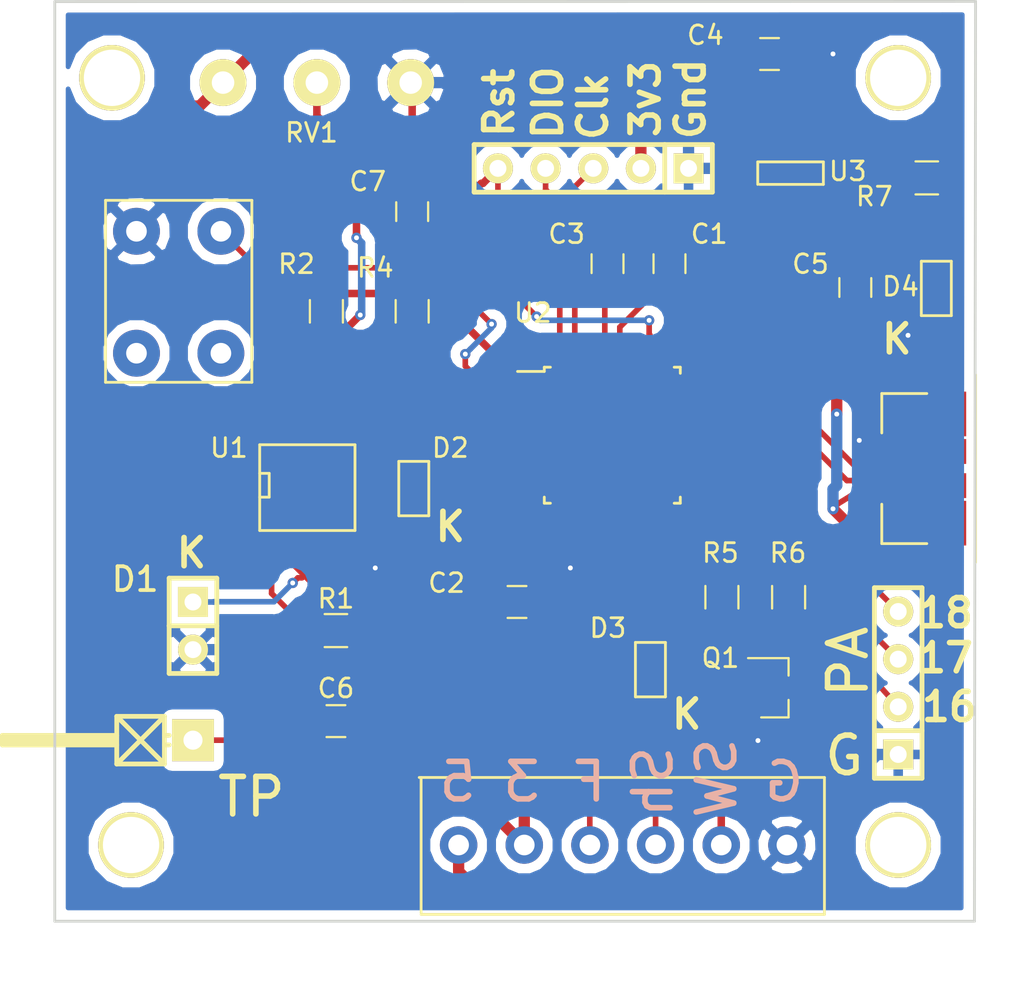
<source format=kicad_pcb>
(kicad_pcb (version 20171130) (host pcbnew "(5.0.2)-1")

  (general
    (thickness 1.6)
    (drawings 25)
    (tracks 283)
    (zones 0)
    (modules 32)
    (nets 42)
  )

  (page A4)
  (layers
    (0 F.Cu signal)
    (31 B.Cu signal hide)
    (32 B.Adhes user)
    (33 F.Adhes user)
    (34 B.Paste user)
    (35 F.Paste user)
    (36 B.SilkS user)
    (37 F.SilkS user)
    (38 B.Mask user)
    (39 F.Mask user)
    (40 Dwgs.User user)
    (41 Cmts.User user)
    (42 Eco1.User user)
    (43 Eco2.User user)
    (44 Edge.Cuts user)
    (45 Margin user)
    (46 B.CrtYd user)
    (47 F.CrtYd user)
    (48 B.Fab user)
    (49 F.Fab user)
  )

  (setup
    (last_trace_width 0.3)
    (user_trace_width 0.2)
    (user_trace_width 0.3)
    (user_trace_width 0.4)
    (user_trace_width 0.6)
    (user_trace_width 1)
    (user_trace_width 1.5)
    (trace_clearance 0.2)
    (zone_clearance 0.508)
    (zone_45_only no)
    (trace_min 0.2)
    (segment_width 0.2)
    (edge_width 0.15)
    (via_size 0.6)
    (via_drill 0.3)
    (via_min_size 0.55)
    (via_min_drill 0)
    (user_via 0.55 0.26)
    (user_via 0.8 0.4)
    (uvia_size 0.3)
    (uvia_drill 0.1)
    (uvias_allowed no)
    (uvia_min_size 0.2)
    (uvia_min_drill 0.1)
    (pcb_text_width 0.3)
    (pcb_text_size 1.5 1.5)
    (mod_edge_width 0.15)
    (mod_text_size 1 1)
    (mod_text_width 0.15)
    (pad_size 1.524 1.524)
    (pad_drill 0.762)
    (pad_to_mask_clearance 0.051)
    (solder_mask_min_width 0.25)
    (aux_axis_origin 0 0)
    (visible_elements 7FFFFFFF)
    (pcbplotparams
      (layerselection 0x010f0_ffffffff)
      (usegerberextensions false)
      (usegerberattributes false)
      (usegerberadvancedattributes false)
      (creategerberjobfile false)
      (excludeedgelayer true)
      (linewidth 0.100000)
      (plotframeref false)
      (viasonmask false)
      (mode 1)
      (useauxorigin false)
      (hpglpennumber 1)
      (hpglpenspeed 20)
      (hpglpendiameter 15.000000)
      (psnegative false)
      (psa4output false)
      (plotreference true)
      (plotvalue false)
      (plotinvisibletext false)
      (padsonsilk false)
      (subtractmaskfromsilk false)
      (outputformat 1)
      (mirror false)
      (drillshape 0)
      (scaleselection 1)
      (outputdirectory "Gerber/"))
  )

  (net 0 "")
  (net 1 GND)
  (net 2 /3V3)
  (net 3 "Net-(C3-Pad2)")
  (net 4 /5V)
  (net 5 "Net-(C6-Pad1)")
  (net 6 "Net-(C6-Pad2)")
  (net 7 /RstN)
  (net 8 "Net-(D2-Pad2)")
  (net 9 "Net-(D3-Pad2)")
  (net 10 "Net-(D4-Pad2)")
  (net 11 /DP)
  (net 12 "Net-(J1-Pad5)")
  (net 13 /DM)
  (net 14 /D1)
  (net 15 /D2)
  (net 16 /D3)
  (net 17 /Shutter)
  (net 18 /Flash)
  (net 19 /SW_FET)
  (net 20 /SWCLK)
  (net 21 /SWDIO)
  (net 22 "Net-(Q1-Pad1)")
  (net 23 "Net-(R2-Pad2)")
  (net 24 /Trig)
  (net 25 /ManTrig)
  (net 26 "Net-(U2-Pad27)")
  (net 27 "Net-(U2-Pad25)")
  (net 28 "Net-(U2-Pad22)")
  (net 29 "Net-(U2-Pad21)")
  (net 30 "Net-(U2-Pad15)")
  (net 31 "Net-(U2-Pad14)")
  (net 32 "Net-(U2-Pad13)")
  (net 33 "Net-(U2-Pad8)")
  (net 34 "Net-(U2-Pad7)")
  (net 35 "Net-(U2-Pad6)")
  (net 36 "Net-(U2-Pad5)")
  (net 37 "Net-(U2-Pad4)")
  (net 38 "Net-(U2-Pad2)")
  (net 39 "Net-(U3-Pad5)")
  (net 40 /FET)
  (net 41 "Net-(U2-Pad20)")

  (net_class Default "This is the default net class."
    (clearance 0.2)
    (trace_width 0.4)
    (via_dia 0.6)
    (via_drill 0.3)
    (uvia_dia 0.3)
    (uvia_drill 0.1)
    (add_net /D1)
    (add_net /D2)
    (add_net /D3)
    (add_net /DM)
    (add_net /DP)
    (add_net /FET)
    (add_net /Flash)
    (add_net /ManTrig)
    (add_net /RstN)
    (add_net /SWCLK)
    (add_net /SWDIO)
    (add_net /Shutter)
    (add_net /Trig)
    (add_net "Net-(C3-Pad2)")
    (add_net "Net-(C6-Pad1)")
    (add_net "Net-(C6-Pad2)")
    (add_net "Net-(D2-Pad2)")
    (add_net "Net-(D3-Pad2)")
    (add_net "Net-(D4-Pad2)")
    (add_net "Net-(J1-Pad5)")
    (add_net "Net-(Q1-Pad1)")
    (add_net "Net-(R2-Pad2)")
    (add_net "Net-(U2-Pad13)")
    (add_net "Net-(U2-Pad14)")
    (add_net "Net-(U2-Pad15)")
    (add_net "Net-(U2-Pad2)")
    (add_net "Net-(U2-Pad20)")
    (add_net "Net-(U2-Pad21)")
    (add_net "Net-(U2-Pad22)")
    (add_net "Net-(U2-Pad25)")
    (add_net "Net-(U2-Pad27)")
    (add_net "Net-(U2-Pad4)")
    (add_net "Net-(U2-Pad5)")
    (add_net "Net-(U2-Pad6)")
    (add_net "Net-(U2-Pad7)")
    (add_net "Net-(U2-Pad8)")
    (add_net "Net-(U3-Pad5)")
  )

  (net_class Pwr ""
    (clearance 0.2)
    (trace_width 1.5)
    (via_dia 0.8)
    (via_drill 0.4)
    (uvia_dia 0.3)
    (uvia_drill 0.1)
    (add_net /3V3)
    (add_net /5V)
    (add_net /SW_FET)
    (add_net GND)
  )

  (module My_Pin_Headers:Pin_Header_Angled_1x01 (layer F.Cu) (tedit 5C478CFE) (tstamp 5C464828)
    (at 113.284 119.38 90)
    (descr "1 pin")
    (tags "CONN DEV")
    (path /5C3F95FE)
    (fp_text reference J2 (at 0 2.286 90) (layer F.SilkS) hide
      (effects (font (size 1.27 1.27) (thickness 0.2032)))
    )
    (fp_text value TP1 (at 0 0 90) (layer F.SilkS) hide
      (effects (font (size 1.27 1.27) (thickness 0.2032)))
    )
    (fp_line (start 1.27 -4.064) (end -1.27 -1.524) (layer F.SilkS) (width 0.254))
    (fp_line (start -1.27 -4.064) (end 1.27 -1.524) (layer F.SilkS) (width 0.254))
    (fp_line (start -0.127 -4.191) (end -0.127 -10.033) (layer F.SilkS) (width 0.254))
    (fp_line (start -0.127 -10.033) (end 0.127 -10.033) (layer F.SilkS) (width 0.254))
    (fp_line (start 0.127 -10.033) (end 0.127 -4.191) (layer F.SilkS) (width 0.254))
    (fp_line (start 0.127 -4.191) (end 0 -4.191) (layer F.SilkS) (width 0.254))
    (fp_line (start 0 -4.191) (end 0 -10.033) (layer F.SilkS) (width 0.254))
    (fp_line (start 0.254 -1.524) (end 0.254 -1.27) (layer F.SilkS) (width 0.254))
    (fp_line (start -0.254 -1.524) (end -0.254 -1.27) (layer F.SilkS) (width 0.254))
    (fp_line (start -1.27 -1.524) (end -1.27 -4.064) (layer F.SilkS) (width 0.254))
    (fp_line (start -1.27 -1.524) (end 1.27 -1.524) (layer F.SilkS) (width 0.254))
    (fp_line (start 1.27 -1.524) (end 1.27 -4.064) (layer F.SilkS) (width 0.254))
    (fp_line (start -0.254 -4.064) (end -0.254 -10.16) (layer F.SilkS) (width 0.254))
    (fp_line (start -0.254 -10.16) (end 0.254 -10.16) (layer F.SilkS) (width 0.254))
    (fp_line (start 0.254 -10.16) (end 0.254 -4.064) (layer F.SilkS) (width 0.254))
    (fp_line (start 1.27 -4.064) (end -1.27 -4.064) (layer F.SilkS) (width 0.254))
    (pad 1 thru_hole rect (at 0 0 90) (size 2.2352 2.2352) (drill 1.016) (layers *.Cu *.Mask F.SilkS)
      (net 5 "Net-(C6-Pad1)"))
    (model Pin_Headers/Pin_Header_Angled_1x01.wrl
      (at (xyz 0 0 0))
      (scale (xyz 1 1 1))
      (rotate (xyz 0 0 0))
    )
  )

  (module Capacitors_SMD:C_0805_HandSoldering (layer F.Cu) (tedit 58AA84A8) (tstamp 5C46475B)
    (at 138.684 93.98 90)
    (descr "Capacitor SMD 0805, hand soldering")
    (tags "capacitor 0805")
    (path /5C37CBD9)
    (attr smd)
    (fp_text reference C1 (at 1.58 2.116 180) (layer F.SilkS)
      (effects (font (size 1 1) (thickness 0.15)))
    )
    (fp_text value 1u (at 0 1.75 90) (layer F.Fab)
      (effects (font (size 1 1) (thickness 0.15)))
    )
    (fp_line (start 2.25 0.87) (end -2.25 0.87) (layer F.CrtYd) (width 0.05))
    (fp_line (start 2.25 0.87) (end 2.25 -0.88) (layer F.CrtYd) (width 0.05))
    (fp_line (start -2.25 -0.88) (end -2.25 0.87) (layer F.CrtYd) (width 0.05))
    (fp_line (start -2.25 -0.88) (end 2.25 -0.88) (layer F.CrtYd) (width 0.05))
    (fp_line (start -0.5 0.85) (end 0.5 0.85) (layer F.SilkS) (width 0.12))
    (fp_line (start 0.5 -0.85) (end -0.5 -0.85) (layer F.SilkS) (width 0.12))
    (fp_line (start -1 -0.62) (end 1 -0.62) (layer F.Fab) (width 0.1))
    (fp_line (start 1 -0.62) (end 1 0.62) (layer F.Fab) (width 0.1))
    (fp_line (start 1 0.62) (end -1 0.62) (layer F.Fab) (width 0.1))
    (fp_line (start -1 0.62) (end -1 -0.62) (layer F.Fab) (width 0.1))
    (fp_text user %R (at 0 -1.75 90) (layer F.Fab)
      (effects (font (size 1 1) (thickness 0.15)))
    )
    (pad 2 smd rect (at 1.25 0 90) (size 1.5 1.25) (layers F.Cu F.Paste F.Mask)
      (net 1 GND))
    (pad 1 smd rect (at -1.25 0 90) (size 1.5 1.25) (layers F.Cu F.Paste F.Mask)
      (net 2 /3V3))
    (model Capacitors_SMD.3dshapes/C_0805.wrl
      (at (xyz 0 0 0))
      (scale (xyz 1 1 1))
      (rotate (xyz 0 0 0))
    )
  )

  (module Capacitors_SMD:C_0805_HandSoldering (layer F.Cu) (tedit 58AA84A8) (tstamp 5C46476C)
    (at 130.556 112.014 180)
    (descr "Capacitor SMD 0805, hand soldering")
    (tags "capacitor 0805")
    (path /5C37CC39)
    (attr smd)
    (fp_text reference C2 (at 3.756 1.014 180) (layer F.SilkS)
      (effects (font (size 1 1) (thickness 0.15)))
    )
    (fp_text value 1u (at 0 1.75 180) (layer F.Fab)
      (effects (font (size 1 1) (thickness 0.15)))
    )
    (fp_text user %R (at 0 -1.75 180) (layer F.Fab)
      (effects (font (size 1 1) (thickness 0.15)))
    )
    (fp_line (start -1 0.62) (end -1 -0.62) (layer F.Fab) (width 0.1))
    (fp_line (start 1 0.62) (end -1 0.62) (layer F.Fab) (width 0.1))
    (fp_line (start 1 -0.62) (end 1 0.62) (layer F.Fab) (width 0.1))
    (fp_line (start -1 -0.62) (end 1 -0.62) (layer F.Fab) (width 0.1))
    (fp_line (start 0.5 -0.85) (end -0.5 -0.85) (layer F.SilkS) (width 0.12))
    (fp_line (start -0.5 0.85) (end 0.5 0.85) (layer F.SilkS) (width 0.12))
    (fp_line (start -2.25 -0.88) (end 2.25 -0.88) (layer F.CrtYd) (width 0.05))
    (fp_line (start -2.25 -0.88) (end -2.25 0.87) (layer F.CrtYd) (width 0.05))
    (fp_line (start 2.25 0.87) (end 2.25 -0.88) (layer F.CrtYd) (width 0.05))
    (fp_line (start 2.25 0.87) (end -2.25 0.87) (layer F.CrtYd) (width 0.05))
    (pad 1 smd rect (at -1.25 0 180) (size 1.5 1.25) (layers F.Cu F.Paste F.Mask)
      (net 2 /3V3))
    (pad 2 smd rect (at 1.25 0 180) (size 1.5 1.25) (layers F.Cu F.Paste F.Mask)
      (net 1 GND))
    (model Capacitors_SMD.3dshapes/C_0805.wrl
      (at (xyz 0 0 0))
      (scale (xyz 1 1 1))
      (rotate (xyz 0 0 0))
    )
  )

  (module Capacitors_SMD:C_0805_HandSoldering (layer F.Cu) (tedit 58AA84A8) (tstamp 5C46477D)
    (at 135.382 93.98 270)
    (descr "Capacitor SMD 0805, hand soldering")
    (tags "capacitor 0805")
    (path /5C3921F2)
    (attr smd)
    (fp_text reference C3 (at -1.58 2.182) (layer F.SilkS)
      (effects (font (size 1 1) (thickness 0.15)))
    )
    (fp_text value 1u (at 0 1.75 270) (layer F.Fab)
      (effects (font (size 1 1) (thickness 0.15)))
    )
    (fp_line (start 2.25 0.87) (end -2.25 0.87) (layer F.CrtYd) (width 0.05))
    (fp_line (start 2.25 0.87) (end 2.25 -0.88) (layer F.CrtYd) (width 0.05))
    (fp_line (start -2.25 -0.88) (end -2.25 0.87) (layer F.CrtYd) (width 0.05))
    (fp_line (start -2.25 -0.88) (end 2.25 -0.88) (layer F.CrtYd) (width 0.05))
    (fp_line (start -0.5 0.85) (end 0.5 0.85) (layer F.SilkS) (width 0.12))
    (fp_line (start 0.5 -0.85) (end -0.5 -0.85) (layer F.SilkS) (width 0.12))
    (fp_line (start -1 -0.62) (end 1 -0.62) (layer F.Fab) (width 0.1))
    (fp_line (start 1 -0.62) (end 1 0.62) (layer F.Fab) (width 0.1))
    (fp_line (start 1 0.62) (end -1 0.62) (layer F.Fab) (width 0.1))
    (fp_line (start -1 0.62) (end -1 -0.62) (layer F.Fab) (width 0.1))
    (fp_text user %R (at 0 -1.75 270) (layer F.Fab)
      (effects (font (size 1 1) (thickness 0.15)))
    )
    (pad 2 smd rect (at 1.25 0 270) (size 1.5 1.25) (layers F.Cu F.Paste F.Mask)
      (net 3 "Net-(C3-Pad2)"))
    (pad 1 smd rect (at -1.25 0 270) (size 1.5 1.25) (layers F.Cu F.Paste F.Mask)
      (net 1 GND))
    (model Capacitors_SMD.3dshapes/C_0805.wrl
      (at (xyz 0 0 0))
      (scale (xyz 1 1 1))
      (rotate (xyz 0 0 0))
    )
  )

  (module Capacitors_SMD:C_0805_HandSoldering (layer F.Cu) (tedit 58AA84A8) (tstamp 5C46478E)
    (at 144.018 82.804)
    (descr "Capacitor SMD 0805, hand soldering")
    (tags "capacitor 0805")
    (path /5C3A1D9F)
    (attr smd)
    (fp_text reference C4 (at -3.418 -1.004) (layer F.SilkS)
      (effects (font (size 1 1) (thickness 0.15)))
    )
    (fp_text value 4u7 (at 0 1.75) (layer F.Fab)
      (effects (font (size 1 1) (thickness 0.15)))
    )
    (fp_line (start 2.25 0.87) (end -2.25 0.87) (layer F.CrtYd) (width 0.05))
    (fp_line (start 2.25 0.87) (end 2.25 -0.88) (layer F.CrtYd) (width 0.05))
    (fp_line (start -2.25 -0.88) (end -2.25 0.87) (layer F.CrtYd) (width 0.05))
    (fp_line (start -2.25 -0.88) (end 2.25 -0.88) (layer F.CrtYd) (width 0.05))
    (fp_line (start -0.5 0.85) (end 0.5 0.85) (layer F.SilkS) (width 0.12))
    (fp_line (start 0.5 -0.85) (end -0.5 -0.85) (layer F.SilkS) (width 0.12))
    (fp_line (start -1 -0.62) (end 1 -0.62) (layer F.Fab) (width 0.1))
    (fp_line (start 1 -0.62) (end 1 0.62) (layer F.Fab) (width 0.1))
    (fp_line (start 1 0.62) (end -1 0.62) (layer F.Fab) (width 0.1))
    (fp_line (start -1 0.62) (end -1 -0.62) (layer F.Fab) (width 0.1))
    (fp_text user %R (at 0 -1.75) (layer F.Fab)
      (effects (font (size 1 1) (thickness 0.15)))
    )
    (pad 2 smd rect (at 1.25 0) (size 1.5 1.25) (layers F.Cu F.Paste F.Mask)
      (net 1 GND))
    (pad 1 smd rect (at -1.25 0) (size 1.5 1.25) (layers F.Cu F.Paste F.Mask)
      (net 2 /3V3))
    (model Capacitors_SMD.3dshapes/C_0805.wrl
      (at (xyz 0 0 0))
      (scale (xyz 1 1 1))
      (rotate (xyz 0 0 0))
    )
  )

  (module Capacitors_SMD:C_0805_HandSoldering (layer F.Cu) (tedit 58AA84A8) (tstamp 5C46479F)
    (at 148.59 95.25 90)
    (descr "Capacitor SMD 0805, hand soldering")
    (tags "capacitor 0805")
    (path /5C3A15C5)
    (attr smd)
    (fp_text reference C5 (at 1.25 -2.39 180) (layer F.SilkS)
      (effects (font (size 1 1) (thickness 0.15)))
    )
    (fp_text value 10u (at 0 1.75 90) (layer F.Fab)
      (effects (font (size 1 1) (thickness 0.15)))
    )
    (fp_text user %R (at 0 -1.75 90) (layer F.Fab)
      (effects (font (size 1 1) (thickness 0.15)))
    )
    (fp_line (start -1 0.62) (end -1 -0.62) (layer F.Fab) (width 0.1))
    (fp_line (start 1 0.62) (end -1 0.62) (layer F.Fab) (width 0.1))
    (fp_line (start 1 -0.62) (end 1 0.62) (layer F.Fab) (width 0.1))
    (fp_line (start -1 -0.62) (end 1 -0.62) (layer F.Fab) (width 0.1))
    (fp_line (start 0.5 -0.85) (end -0.5 -0.85) (layer F.SilkS) (width 0.12))
    (fp_line (start -0.5 0.85) (end 0.5 0.85) (layer F.SilkS) (width 0.12))
    (fp_line (start -2.25 -0.88) (end 2.25 -0.88) (layer F.CrtYd) (width 0.05))
    (fp_line (start -2.25 -0.88) (end -2.25 0.87) (layer F.CrtYd) (width 0.05))
    (fp_line (start 2.25 0.87) (end 2.25 -0.88) (layer F.CrtYd) (width 0.05))
    (fp_line (start 2.25 0.87) (end -2.25 0.87) (layer F.CrtYd) (width 0.05))
    (pad 1 smd rect (at -1.25 0 90) (size 1.5 1.25) (layers F.Cu F.Paste F.Mask)
      (net 4 /5V))
    (pad 2 smd rect (at 1.25 0 90) (size 1.5 1.25) (layers F.Cu F.Paste F.Mask)
      (net 1 GND))
    (model Capacitors_SMD.3dshapes/C_0805.wrl
      (at (xyz 0 0 0))
      (scale (xyz 1 1 1))
      (rotate (xyz 0 0 0))
    )
  )

  (module Capacitors_SMD:C_0805_HandSoldering (layer F.Cu) (tedit 58AA84A8) (tstamp 5C4647B0)
    (at 120.904 118.364)
    (descr "Capacitor SMD 0805, hand soldering")
    (tags "capacitor 0805")
    (path /5C3A374A)
    (attr smd)
    (fp_text reference C6 (at 0 -1.75) (layer F.SilkS)
      (effects (font (size 1 1) (thickness 0.15)))
    )
    (fp_text value 1n (at 0 1.75) (layer F.Fab)
      (effects (font (size 1 1) (thickness 0.15)))
    )
    (fp_text user %R (at 0 -1.75) (layer F.Fab)
      (effects (font (size 1 1) (thickness 0.15)))
    )
    (fp_line (start -1 0.62) (end -1 -0.62) (layer F.Fab) (width 0.1))
    (fp_line (start 1 0.62) (end -1 0.62) (layer F.Fab) (width 0.1))
    (fp_line (start 1 -0.62) (end 1 0.62) (layer F.Fab) (width 0.1))
    (fp_line (start -1 -0.62) (end 1 -0.62) (layer F.Fab) (width 0.1))
    (fp_line (start 0.5 -0.85) (end -0.5 -0.85) (layer F.SilkS) (width 0.12))
    (fp_line (start -0.5 0.85) (end 0.5 0.85) (layer F.SilkS) (width 0.12))
    (fp_line (start -2.25 -0.88) (end 2.25 -0.88) (layer F.CrtYd) (width 0.05))
    (fp_line (start -2.25 -0.88) (end -2.25 0.87) (layer F.CrtYd) (width 0.05))
    (fp_line (start 2.25 0.87) (end 2.25 -0.88) (layer F.CrtYd) (width 0.05))
    (fp_line (start 2.25 0.87) (end -2.25 0.87) (layer F.CrtYd) (width 0.05))
    (pad 1 smd rect (at -1.25 0) (size 1.5 1.25) (layers F.Cu F.Paste F.Mask)
      (net 5 "Net-(C6-Pad1)"))
    (pad 2 smd rect (at 1.25 0) (size 1.5 1.25) (layers F.Cu F.Paste F.Mask)
      (net 6 "Net-(C6-Pad2)"))
    (model Capacitors_SMD.3dshapes/C_0805.wrl
      (at (xyz 0 0 0))
      (scale (xyz 1 1 1))
      (rotate (xyz 0 0 0))
    )
  )

  (module Capacitors_SMD:C_0805_HandSoldering (layer F.Cu) (tedit 58AA84A8) (tstamp 5C4647C1)
    (at 124.968 91.206 270)
    (descr "Capacitor SMD 0805, hand soldering")
    (tags "capacitor 0805")
    (path /5C416F41)
    (attr smd)
    (fp_text reference C7 (at -1.606 2.368) (layer F.SilkS)
      (effects (font (size 1 1) (thickness 0.15)))
    )
    (fp_text value 100n (at 0 1.75 270) (layer F.Fab)
      (effects (font (size 1 1) (thickness 0.15)))
    )
    (fp_line (start 2.25 0.87) (end -2.25 0.87) (layer F.CrtYd) (width 0.05))
    (fp_line (start 2.25 0.87) (end 2.25 -0.88) (layer F.CrtYd) (width 0.05))
    (fp_line (start -2.25 -0.88) (end -2.25 0.87) (layer F.CrtYd) (width 0.05))
    (fp_line (start -2.25 -0.88) (end 2.25 -0.88) (layer F.CrtYd) (width 0.05))
    (fp_line (start -0.5 0.85) (end 0.5 0.85) (layer F.SilkS) (width 0.12))
    (fp_line (start 0.5 -0.85) (end -0.5 -0.85) (layer F.SilkS) (width 0.12))
    (fp_line (start -1 -0.62) (end 1 -0.62) (layer F.Fab) (width 0.1))
    (fp_line (start 1 -0.62) (end 1 0.62) (layer F.Fab) (width 0.1))
    (fp_line (start 1 0.62) (end -1 0.62) (layer F.Fab) (width 0.1))
    (fp_line (start -1 0.62) (end -1 -0.62) (layer F.Fab) (width 0.1))
    (fp_text user %R (at 0 -1.75 270) (layer F.Fab)
      (effects (font (size 1 1) (thickness 0.15)))
    )
    (pad 2 smd rect (at 1.25 0 270) (size 1.5 1.25) (layers F.Cu F.Paste F.Mask)
      (net 7 /RstN))
    (pad 1 smd rect (at -1.25 0 270) (size 1.5 1.25) (layers F.Cu F.Paste F.Mask)
      (net 1 GND))
    (model Capacitors_SMD.3dshapes/C_0805.wrl
      (at (xyz 0 0 0))
      (scale (xyz 1 1 1))
      (rotate (xyz 0 0 0))
    )
  )

  (module My_Pin_Headers:Pin_Header_Straight_1x02 (layer F.Cu) (tedit 0) (tstamp 5C4647CD)
    (at 113.284 113.284 270)
    (descr "1 pin")
    (tags "CONN DEV")
    (path /5C3A7AE6)
    (fp_text reference D1 (at -2.484 3.084) (layer F.SilkS)
      (effects (font (size 1.27 1.27) (thickness 0.2032)))
    )
    (fp_text value D_Photo (at 0 0 270) (layer F.SilkS) hide
      (effects (font (size 1.27 1.27) (thickness 0.2032)))
    )
    (fp_line (start 0 -1.27) (end 0 1.27) (layer F.SilkS) (width 0.254))
    (fp_line (start -2.54 -1.27) (end -2.54 1.27) (layer F.SilkS) (width 0.254))
    (fp_line (start -2.54 1.27) (end 0 1.27) (layer F.SilkS) (width 0.254))
    (fp_line (start 0 1.27) (end 2.54 1.27) (layer F.SilkS) (width 0.254))
    (fp_line (start 2.54 1.27) (end 2.54 -1.27) (layer F.SilkS) (width 0.254))
    (fp_line (start 2.54 -1.27) (end -2.54 -1.27) (layer F.SilkS) (width 0.254))
    (pad 1 thru_hole rect (at -1.27 0 270) (size 1.6 1.6) (drill 0.9) (layers *.Cu *.Mask F.SilkS)
      (net 6 "Net-(C6-Pad2)"))
    (pad 2 thru_hole circle (at 1.27 0 270) (size 1.6 1.6) (drill 0.9) (layers *.Cu *.Mask F.SilkS)
      (net 1 GND))
    (model Pin_Headers/Pin_Header_Straight_1x02.wrl
      (at (xyz 0 0 0))
      (scale (xyz 1 1 1))
      (rotate (xyz 0 0 0))
    )
  )

  (module SMD_Mine:LED_SMD_3015 (layer F.Cu) (tedit 5C4246FC) (tstamp 5C4647D7)
    (at 125.054 105.918 90)
    (path /5C3AE0B1)
    (fp_text reference D2 (at 2.118 1.946 180) (layer F.SilkS)
      (effects (font (size 1 1) (thickness 0.15)))
    )
    (fp_text value LED (at 0 -2.1 90) (layer F.Fab)
      (effects (font (size 1 1) (thickness 0.15)))
    )
    (fp_line (start -1.5 0.8) (end -1.5 -0.8) (layer F.SilkS) (width 0.15))
    (fp_line (start -1.5 -0.8) (end 1.4 -0.8) (layer F.SilkS) (width 0.15))
    (fp_line (start 1.4 -0.8) (end 1.4 0.8) (layer F.SilkS) (width 0.15))
    (fp_line (start 1.4 0.8) (end -1.5 0.8) (layer F.SilkS) (width 0.15))
    (pad 1 smd rect (at -2.2 0 90) (size 1.4 1.6) (layers F.Cu F.Paste F.Mask)
      (net 1 GND))
    (pad 2 smd rect (at 2.2 0 90) (size 1.4 1.6) (layers F.Cu F.Paste F.Mask)
      (net 8 "Net-(D2-Pad2)"))
  )

  (module SMD_Mine:LED_SMD_3015 (layer F.Cu) (tedit 5C4246FC) (tstamp 5C4647E1)
    (at 137.668 115.57 90)
    (path /5C3EA341)
    (fp_text reference D3 (at 2.17 -2.268 180) (layer F.SilkS)
      (effects (font (size 1 1) (thickness 0.15)))
    )
    (fp_text value LED_ALT (at 0 -2.1 90) (layer F.Fab)
      (effects (font (size 1 1) (thickness 0.15)))
    )
    (fp_line (start -1.5 0.8) (end -1.5 -0.8) (layer F.SilkS) (width 0.15))
    (fp_line (start -1.5 -0.8) (end 1.4 -0.8) (layer F.SilkS) (width 0.15))
    (fp_line (start 1.4 -0.8) (end 1.4 0.8) (layer F.SilkS) (width 0.15))
    (fp_line (start 1.4 0.8) (end -1.5 0.8) (layer F.SilkS) (width 0.15))
    (pad 1 smd rect (at -2.2 0 90) (size 1.4 1.6) (layers F.Cu F.Paste F.Mask)
      (net 1 GND))
    (pad 2 smd rect (at 2.2 0 90) (size 1.4 1.6) (layers F.Cu F.Paste F.Mask)
      (net 9 "Net-(D3-Pad2)"))
  )

  (module SMD_Mine:LED_SMD_3015 (layer F.Cu) (tedit 5C4246FC) (tstamp 5C4647EB)
    (at 152.908 95.25 90)
    (path /5C3A7D51)
    (fp_text reference D4 (at 0.05 -1.908 180) (layer F.SilkS)
      (effects (font (size 1 1) (thickness 0.15)))
    )
    (fp_text value LED (at 0 -2.1 90) (layer F.Fab)
      (effects (font (size 1 1) (thickness 0.15)))
    )
    (fp_line (start 1.4 0.8) (end -1.5 0.8) (layer F.SilkS) (width 0.15))
    (fp_line (start 1.4 -0.8) (end 1.4 0.8) (layer F.SilkS) (width 0.15))
    (fp_line (start -1.5 -0.8) (end 1.4 -0.8) (layer F.SilkS) (width 0.15))
    (fp_line (start -1.5 0.8) (end -1.5 -0.8) (layer F.SilkS) (width 0.15))
    (pad 2 smd rect (at 2.2 0 90) (size 1.4 1.6) (layers F.Cu F.Paste F.Mask)
      (net 10 "Net-(D4-Pad2)"))
    (pad 1 smd rect (at -2.2 0 90) (size 1.4 1.6) (layers F.Cu F.Paste F.Mask)
      (net 1 GND))
  )

  (module My_Pin_Headers:3mm_mount (layer F.Cu) (tedit 5C478BD3) (tstamp 5C4647F0)
    (at 150.876 84.074)
    (path /5C3B6A60)
    (fp_text reference H1 (at 0.1 2.7) (layer F.SilkS) hide
      (effects (font (size 1 1) (thickness 0.15)))
    )
    (fp_text value MountHole (at 0.1 -2.6) (layer F.SilkS) hide
      (effects (font (size 1 1) (thickness 0.15)))
    )
    (pad "" np_thru_hole circle (at 0 0) (size 3.5 3.5) (drill 3) (layers *.Cu *.Mask F.SilkS))
  )

  (module My_Pin_Headers:3mm_mount (layer F.Cu) (tedit 5C478CD4) (tstamp 5C4647F5)
    (at 150.876 124.968)
    (path /5C3B6B94)
    (fp_text reference H2 (at 0.1 2.7) (layer F.SilkS) hide
      (effects (font (size 1 1) (thickness 0.15)))
    )
    (fp_text value MountHole (at 0.1 -2.6) (layer F.SilkS) hide
      (effects (font (size 1 1) (thickness 0.15)))
    )
    (pad "" np_thru_hole circle (at 0 0) (size 3.5 3.5) (drill 3) (layers *.Cu *.Mask F.SilkS))
  )

  (module My_Pin_Headers:3mm_mount (layer F.Cu) (tedit 5C478CF2) (tstamp 5C4647FA)
    (at 109.982 124.968)
    (path /5C3B6C1C)
    (fp_text reference H3 (at 0.1 2.7) (layer F.SilkS) hide
      (effects (font (size 1 1) (thickness 0.15)))
    )
    (fp_text value MountHole (at 0.1 -2.6) (layer F.SilkS) hide
      (effects (font (size 1 1) (thickness 0.15)))
    )
    (pad "" np_thru_hole circle (at 0 0) (size 3.5 3.5) (drill 3) (layers *.Cu *.Mask F.SilkS))
  )

  (module My_Pin_Headers:3mm_mount (layer F.Cu) (tedit 5C478C81) (tstamp 5C4647FF)
    (at 108.966 84.074)
    (path /5C3B6C9A)
    (fp_text reference H4 (at 0.1 2.7) (layer F.SilkS) hide
      (effects (font (size 1 1) (thickness 0.15)))
    )
    (fp_text value MountHole (at 0.1 -2.6) (layer F.SilkS) hide
      (effects (font (size 1 1) (thickness 0.15)))
    )
    (pad "" np_thru_hole circle (at 0 0) (size 3.5 3.5) (drill 3) (layers *.Cu *.Mask F.SilkS))
  )

  (module SMD_Mine:USB_B_Micro_47346-0001 (layer F.Cu) (tedit 5C478C1D) (tstamp 5C464813)
    (at 155 104.902 180)
    (path /5C462856)
    (fp_text reference J1 (at 4.5 5.8 180) (layer F.SilkS) hide
      (effects (font (size 1 1) (thickness 0.15)))
    )
    (fp_text value USB_B (at -0.1 -7.2 180) (layer F.Fab)
      (effects (font (size 1 1) (thickness 0.15)))
    )
    (fp_line (start 0 5) (end 0 -5) (layer F.SilkS) (width 0.15))
    (fp_line (start 5 -4) (end 5 -1.9) (layer F.SilkS) (width 0.15))
    (fp_line (start 5 1.9) (end 5 4) (layer F.SilkS) (width 0.15))
    (fp_line (start 5 -4) (end 2.6 -4) (layer F.SilkS) (width 0.15))
    (fp_line (start 5 4) (end 2.6 4) (layer F.SilkS) (width 0.15))
    (pad 10 smd rect (at 1.45 -0.91 180) (size 1.9 1.325) (layers F.Cu F.Paste F.Mask))
    (pad 11 smd rect (at 1.45 0.91 180) (size 1.9 1.325) (layers F.Cu F.Paste F.Mask))
    (pad 12 smd rect (at 1.45 -2.91 180) (size 1.9 2.38) (layers F.Cu F.Paste F.Mask))
    (pad 13 smd rect (at 1.45 2.91 180) (size 1.9 2.38) (layers F.Cu F.Paste F.Mask))
    (pad 14 smd rect (at 3.75 -2.463 180) (size 2.1 1.48) (layers F.Cu F.Paste F.Mask))
    (pad 15 smd rect (at 3.75 2.46 180) (size 2.1 1.48) (layers F.Cu F.Paste F.Mask))
    (pad 3 smd rect (at 4.3 0 180) (size 1.8 0.45) (layers F.Cu F.Paste F.Mask)
      (net 11 /DP))
    (pad 4 smd rect (at 4.3 0.65 180) (size 1.8 0.45) (layers F.Cu F.Paste F.Mask)
      (net 1 GND))
    (pad 5 smd rect (at 4.3 1.3 180) (size 1.8 0.45) (layers F.Cu F.Paste F.Mask)
      (net 12 "Net-(J1-Pad5)"))
    (pad 2 smd rect (at 4.3 -0.65 180) (size 1.8 0.45) (layers F.Cu F.Paste F.Mask)
      (net 13 /DM))
    (pad 1 smd rect (at 4.3 -1.3 180) (size 1.8 0.45) (layers F.Cu F.Paste F.Mask)
      (net 4 /5V))
  )

  (module My_Pin_Headers:Pin_Header_Straight_1x04 (layer F.Cu) (tedit 5C478D51) (tstamp 5C464837)
    (at 150.876 116.332 90)
    (descr "1 pin")
    (tags "CONN DEV")
    (path /5C3D094F)
    (fp_text reference J3 (at 0 -2.286 90) (layer F.SilkS) hide
      (effects (font (size 1.27 1.27) (thickness 0.2032)))
    )
    (fp_text value Conn_01x04_IO (at 0 0 90) (layer F.SilkS) hide
      (effects (font (size 1.27 1.27) (thickness 0.2032)))
    )
    (fp_line (start -2.54 1.27) (end 5.08 1.27) (layer F.SilkS) (width 0.254))
    (fp_line (start -2.54 -1.27) (end 5.08 -1.27) (layer F.SilkS) (width 0.254))
    (fp_line (start -5.08 -1.27) (end -2.54 -1.27) (layer F.SilkS) (width 0.254))
    (fp_line (start 5.08 1.27) (end 5.08 -1.27) (layer F.SilkS) (width 0.254))
    (fp_line (start -2.54 -1.27) (end -2.54 1.27) (layer F.SilkS) (width 0.254))
    (fp_line (start -5.08 -1.27) (end -5.08 1.27) (layer F.SilkS) (width 0.254))
    (fp_line (start -5.08 1.27) (end -2.54 1.27) (layer F.SilkS) (width 0.254))
    (pad 1 thru_hole rect (at -3.81 0 90) (size 1.6 1.6) (drill 0.9) (layers *.Cu *.Mask F.SilkS)
      (net 1 GND))
    (pad 2 thru_hole circle (at -1.27 0 90) (size 1.6 1.6) (drill 0.9) (layers *.Cu *.Mask F.SilkS)
      (net 14 /D1))
    (pad 3 thru_hole circle (at 1.27 0 90) (size 1.6 1.6) (drill 0.9) (layers *.Cu *.Mask F.SilkS)
      (net 15 /D2))
    (pad 4 thru_hole circle (at 3.81 0 90) (size 1.6 1.6) (drill 0.9) (layers *.Cu *.Mask F.SilkS)
      (net 16 /D3))
    (model Pin_Headers/Pin_Header_Straight_1x04.wrl
      (at (xyz 0 0 0))
      (scale (xyz 1 1 1))
      (rotate (xyz 0 0 0))
    )
  )

  (module My_Pin_Headers:Screw_6way_3_5mm (layer F.Cu) (tedit 5C478CEC) (tstamp 5C464845)
    (at 136.144 124.968)
    (path /5C3CC01B)
    (fp_text reference J4 (at -6.4 5.7) (layer F.SilkS) hide
      (effects (font (size 1 1) (thickness 0.15)))
    )
    (fp_text value Screw_Terminal_01x06 (at 0.256 6.632) (layer F.Fab)
      (effects (font (size 1 1) (thickness 0.15)))
    )
    (fp_line (start -10.8 -3.6) (end 10.8 -3.6) (layer F.SilkS) (width 0.15))
    (fp_line (start -10.7 3.7) (end 10.8 3.7) (layer F.SilkS) (width 0.15))
    (fp_line (start -10.7 3.6) (end -10.7 -3.6) (layer F.SilkS) (width 0.15))
    (fp_line (start 10.8 3.7) (end 10.8 -3.6) (layer F.SilkS) (width 0.15))
    (pad 1 thru_hole circle (at -8.7 0) (size 2 2) (drill 1.1) (layers *.Cu *.Mask)
      (net 4 /5V))
    (pad 2 thru_hole circle (at -5.2 0) (size 2 2) (drill 1.1) (layers *.Cu *.Mask)
      (net 2 /3V3))
    (pad 3 thru_hole circle (at -1.7 0) (size 2 2) (drill 1.1) (layers *.Cu *.Mask)
      (net 18 /Flash))
    (pad 4 thru_hole circle (at 1.8 0) (size 2 2) (drill 1.1) (layers *.Cu *.Mask)
      (net 17 /Shutter))
    (pad 5 thru_hole circle (at 5.3 0) (size 2 2) (drill 1.1) (layers *.Cu *.Mask)
      (net 19 /SW_FET))
    (pad 6 thru_hole circle (at 8.8 0) (size 2 2) (drill 1.1) (layers *.Cu *.Mask)
      (net 1 GND))
  )

  (module My_Pin_Headers:Pin_Header_Straight_1x05 (layer F.Cu) (tedit 5C478C37) (tstamp 5C464855)
    (at 134.62 88.9 180)
    (descr "1 pin")
    (tags "CONN DEV")
    (path /5C44F716)
    (fp_text reference J5 (at 2.82 -2.9 180) (layer F.SilkS) hide
      (effects (font (size 1.27 1.27) (thickness 0.2032)))
    )
    (fp_text value Conn_01x05_Male (at 0 0 180) (layer F.SilkS) hide
      (effects (font (size 1.27 1.27) (thickness 0.2032)))
    )
    (fp_line (start -3.81 -1.27) (end 6.35 -1.27) (layer F.SilkS) (width 0.254))
    (fp_line (start 6.35 -1.27) (end 6.35 1.27) (layer F.SilkS) (width 0.254))
    (fp_line (start 6.35 1.27) (end -3.81 1.27) (layer F.SilkS) (width 0.254))
    (fp_line (start -6.35 -1.27) (end -3.81 -1.27) (layer F.SilkS) (width 0.254))
    (fp_line (start -3.81 -1.27) (end -3.81 1.27) (layer F.SilkS) (width 0.254))
    (fp_line (start -6.35 -1.27) (end -6.35 1.27) (layer F.SilkS) (width 0.254))
    (fp_line (start -6.35 1.27) (end -3.81 1.27) (layer F.SilkS) (width 0.254))
    (pad 1 thru_hole rect (at -5.08 0 180) (size 1.6 1.6) (drill 0.9) (layers *.Cu *.Mask F.SilkS)
      (net 1 GND))
    (pad 2 thru_hole circle (at -2.54 0 180) (size 1.6 1.6) (drill 0.9) (layers *.Cu *.Mask F.SilkS)
      (net 2 /3V3))
    (pad 3 thru_hole circle (at 0 0 180) (size 1.6 1.6) (drill 0.9) (layers *.Cu *.Mask F.SilkS)
      (net 20 /SWCLK))
    (pad 4 thru_hole circle (at 2.54 0 180) (size 1.6 1.6) (drill 0.9) (layers *.Cu *.Mask F.SilkS)
      (net 21 /SWDIO))
    (pad 5 thru_hole circle (at 5.08 0 180) (size 1.6 1.6) (drill 0.9) (layers *.Cu *.Mask F.SilkS)
      (net 7 /RstN))
    (model Pin_Headers/Pin_Header_Straight_1x05.wrl
      (at (xyz 0 0 0))
      (scale (xyz 1 1 1))
      (rotate (xyz 0 0 0))
    )
  )

  (module SMD_Mine:SOT-23 (layer F.Cu) (tedit 5C44B3F7) (tstamp 5C464869)
    (at 144.272 116.586)
    (descr "SOT-23, Single Diode")
    (tags SOT-23)
    (path /5C3E670E)
    (attr smd)
    (fp_text reference Q1 (at -2.872 -1.586) (layer F.SilkS)
      (effects (font (size 1 1) (thickness 0.15)))
    )
    (fp_text value Q_NMOS_GSD (at 0 2.5) (layer F.Fab)
      (effects (font (size 1 1) (thickness 0.15)))
    )
    (fp_line (start 0.76 1.58) (end -0.7 1.58) (layer F.SilkS) (width 0.12))
    (fp_line (start -0.7 -1.52) (end -0.7 1.52) (layer F.Fab) (width 0.1))
    (fp_line (start -0.7 -1.52) (end 0.7 -1.52) (layer F.Fab) (width 0.1))
    (fp_line (start 0.76 -1.58) (end -1.4 -1.58) (layer F.SilkS) (width 0.12))
    (fp_line (start -1.7 1.75) (end -1.7 -1.75) (layer F.CrtYd) (width 0.05))
    (fp_line (start 1.7 1.75) (end -1.7 1.75) (layer F.CrtYd) (width 0.05))
    (fp_line (start 1.7 -1.75) (end 1.7 1.75) (layer F.CrtYd) (width 0.05))
    (fp_line (start -1.7 -1.75) (end 1.7 -1.75) (layer F.CrtYd) (width 0.05))
    (fp_line (start -0.7 1.52) (end 0.7 1.52) (layer F.Fab) (width 0.1))
    (fp_line (start 0.7 -1.52) (end 0.7 1.52) (layer F.Fab) (width 0.1))
    (fp_line (start 0.76 -1.58) (end 0.76 -0.65) (layer F.SilkS) (width 0.12))
    (fp_line (start 0.76 1.58) (end 0.76 0.65) (layer F.SilkS) (width 0.12))
    (fp_text user %R (at 0 -2.5) (layer F.Fab)
      (effects (font (size 1 1) (thickness 0.15)))
    )
    (pad 3 smd rect (at 1 0) (size 0.9 0.8) (layers F.Cu F.Paste F.Mask)
      (net 19 /SW_FET))
    (pad 2 smd rect (at -1 0.95) (size 0.9 0.8) (layers F.Cu F.Paste F.Mask)
      (net 1 GND))
    (pad 1 smd rect (at -1 -0.95) (size 0.9 0.8) (layers F.Cu F.Paste F.Mask)
      (net 22 "Net-(Q1-Pad1)"))
    (model ${KISYS3DMOD}/Diodes_SMD.3dshapes/D_SOT-23.wrl
      (at (xyz 0 0 0))
      (scale (xyz 1 1 1))
      (rotate (xyz 0 0 0))
    )
  )

  (module Resistors_SMD:R_0805 (layer F.Cu) (tedit 58E0A804) (tstamp 5C46488B)
    (at 120.396 96.52 270)
    (descr "Resistor SMD 0805, reflow soldering, Vishay (see dcrcw.pdf)")
    (tags "resistor 0805")
    (path /5C3C782D)
    (attr smd)
    (fp_text reference R2 (at -2.52 1.596) (layer F.SilkS)
      (effects (font (size 1 1) (thickness 0.15)))
    )
    (fp_text value 100k (at 0 1.75 270) (layer F.Fab)
      (effects (font (size 1 1) (thickness 0.15)))
    )
    (fp_line (start 1.55 0.9) (end -1.55 0.9) (layer F.CrtYd) (width 0.05))
    (fp_line (start 1.55 0.9) (end 1.55 -0.9) (layer F.CrtYd) (width 0.05))
    (fp_line (start -1.55 -0.9) (end -1.55 0.9) (layer F.CrtYd) (width 0.05))
    (fp_line (start -1.55 -0.9) (end 1.55 -0.9) (layer F.CrtYd) (width 0.05))
    (fp_line (start -0.6 -0.88) (end 0.6 -0.88) (layer F.SilkS) (width 0.12))
    (fp_line (start 0.6 0.88) (end -0.6 0.88) (layer F.SilkS) (width 0.12))
    (fp_line (start -1 -0.62) (end 1 -0.62) (layer F.Fab) (width 0.1))
    (fp_line (start 1 -0.62) (end 1 0.62) (layer F.Fab) (width 0.1))
    (fp_line (start 1 0.62) (end -1 0.62) (layer F.Fab) (width 0.1))
    (fp_line (start -1 0.62) (end -1 -0.62) (layer F.Fab) (width 0.1))
    (fp_text user %R (at 0 0 270) (layer F.Fab)
      (effects (font (size 0.5 0.5) (thickness 0.075)))
    )
    (pad 2 smd rect (at 0.95 0 270) (size 0.7 1.3) (layers F.Cu F.Paste F.Mask)
      (net 23 "Net-(R2-Pad2)"))
    (pad 1 smd rect (at -0.95 0 270) (size 0.7 1.3) (layers F.Cu F.Paste F.Mask)
      (net 24 /Trig))
    (model ${KISYS3DMOD}/Resistors_SMD.3dshapes/R_0805.wrl
      (at (xyz 0 0 0))
      (scale (xyz 1 1 1))
      (rotate (xyz 0 0 0))
    )
  )

  (module Resistors_SMD:R_0805 (layer F.Cu) (tedit 58E0A804) (tstamp 5C46489C)
    (at 124.968 96.52 90)
    (descr "Resistor SMD 0805, reflow soldering, Vishay (see dcrcw.pdf)")
    (tags "resistor 0805")
    (path /5C3ADF29)
    (attr smd)
    (fp_text reference R4 (at 2.32 -1.968 180) (layer F.SilkS)
      (effects (font (size 1 1) (thickness 0.15)))
    )
    (fp_text value 220R (at 0 1.75 90) (layer F.Fab)
      (effects (font (size 1 1) (thickness 0.15)))
    )
    (fp_text user %R (at 0 0 90) (layer F.Fab)
      (effects (font (size 0.5 0.5) (thickness 0.075)))
    )
    (fp_line (start -1 0.62) (end -1 -0.62) (layer F.Fab) (width 0.1))
    (fp_line (start 1 0.62) (end -1 0.62) (layer F.Fab) (width 0.1))
    (fp_line (start 1 -0.62) (end 1 0.62) (layer F.Fab) (width 0.1))
    (fp_line (start -1 -0.62) (end 1 -0.62) (layer F.Fab) (width 0.1))
    (fp_line (start 0.6 0.88) (end -0.6 0.88) (layer F.SilkS) (width 0.12))
    (fp_line (start -0.6 -0.88) (end 0.6 -0.88) (layer F.SilkS) (width 0.12))
    (fp_line (start -1.55 -0.9) (end 1.55 -0.9) (layer F.CrtYd) (width 0.05))
    (fp_line (start -1.55 -0.9) (end -1.55 0.9) (layer F.CrtYd) (width 0.05))
    (fp_line (start 1.55 0.9) (end 1.55 -0.9) (layer F.CrtYd) (width 0.05))
    (fp_line (start 1.55 0.9) (end -1.55 0.9) (layer F.CrtYd) (width 0.05))
    (pad 1 smd rect (at -0.95 0 90) (size 0.7 1.3) (layers F.Cu F.Paste F.Mask)
      (net 8 "Net-(D2-Pad2)"))
    (pad 2 smd rect (at 0.95 0 90) (size 0.7 1.3) (layers F.Cu F.Paste F.Mask)
      (net 24 /Trig))
    (model ${KISYS3DMOD}/Resistors_SMD.3dshapes/R_0805.wrl
      (at (xyz 0 0 0))
      (scale (xyz 1 1 1))
      (rotate (xyz 0 0 0))
    )
  )

  (module Resistors_SMD:R_0805 (layer F.Cu) (tedit 58E0A804) (tstamp 5C4648AD)
    (at 141.478 111.76 270)
    (descr "Resistor SMD 0805, reflow soldering, Vishay (see dcrcw.pdf)")
    (tags "resistor 0805")
    (path /5C3EA299)
    (attr smd)
    (fp_text reference R5 (at -2.36 0.078) (layer F.SilkS)
      (effects (font (size 1 1) (thickness 0.15)))
    )
    (fp_text value R (at 0 1.75 270) (layer F.Fab)
      (effects (font (size 1 1) (thickness 0.15)))
    )
    (fp_text user %R (at 0 0 270) (layer F.Fab)
      (effects (font (size 0.5 0.5) (thickness 0.075)))
    )
    (fp_line (start -1 0.62) (end -1 -0.62) (layer F.Fab) (width 0.1))
    (fp_line (start 1 0.62) (end -1 0.62) (layer F.Fab) (width 0.1))
    (fp_line (start 1 -0.62) (end 1 0.62) (layer F.Fab) (width 0.1))
    (fp_line (start -1 -0.62) (end 1 -0.62) (layer F.Fab) (width 0.1))
    (fp_line (start 0.6 0.88) (end -0.6 0.88) (layer F.SilkS) (width 0.12))
    (fp_line (start -0.6 -0.88) (end 0.6 -0.88) (layer F.SilkS) (width 0.12))
    (fp_line (start -1.55 -0.9) (end 1.55 -0.9) (layer F.CrtYd) (width 0.05))
    (fp_line (start -1.55 -0.9) (end -1.55 0.9) (layer F.CrtYd) (width 0.05))
    (fp_line (start 1.55 0.9) (end 1.55 -0.9) (layer F.CrtYd) (width 0.05))
    (fp_line (start 1.55 0.9) (end -1.55 0.9) (layer F.CrtYd) (width 0.05))
    (pad 1 smd rect (at -0.95 0 270) (size 0.7 1.3) (layers F.Cu F.Paste F.Mask)
      (net 40 /FET))
    (pad 2 smd rect (at 0.95 0 270) (size 0.7 1.3) (layers F.Cu F.Paste F.Mask)
      (net 9 "Net-(D3-Pad2)"))
    (model ${KISYS3DMOD}/Resistors_SMD.3dshapes/R_0805.wrl
      (at (xyz 0 0 0))
      (scale (xyz 1 1 1))
      (rotate (xyz 0 0 0))
    )
  )

  (module Resistors_SMD:R_0805 (layer F.Cu) (tedit 58E0A804) (tstamp 5C4648BE)
    (at 145.034 111.76 90)
    (descr "Resistor SMD 0805, reflow soldering, Vishay (see dcrcw.pdf)")
    (tags "resistor 0805")
    (path /5C3EA1F1)
    (attr smd)
    (fp_text reference R6 (at 2.36 -0.034 180) (layer F.SilkS)
      (effects (font (size 1 1) (thickness 0.15)))
    )
    (fp_text value R (at 0 1.75 90) (layer F.Fab)
      (effects (font (size 1 1) (thickness 0.15)))
    )
    (fp_line (start 1.55 0.9) (end -1.55 0.9) (layer F.CrtYd) (width 0.05))
    (fp_line (start 1.55 0.9) (end 1.55 -0.9) (layer F.CrtYd) (width 0.05))
    (fp_line (start -1.55 -0.9) (end -1.55 0.9) (layer F.CrtYd) (width 0.05))
    (fp_line (start -1.55 -0.9) (end 1.55 -0.9) (layer F.CrtYd) (width 0.05))
    (fp_line (start -0.6 -0.88) (end 0.6 -0.88) (layer F.SilkS) (width 0.12))
    (fp_line (start 0.6 0.88) (end -0.6 0.88) (layer F.SilkS) (width 0.12))
    (fp_line (start -1 -0.62) (end 1 -0.62) (layer F.Fab) (width 0.1))
    (fp_line (start 1 -0.62) (end 1 0.62) (layer F.Fab) (width 0.1))
    (fp_line (start 1 0.62) (end -1 0.62) (layer F.Fab) (width 0.1))
    (fp_line (start -1 0.62) (end -1 -0.62) (layer F.Fab) (width 0.1))
    (fp_text user %R (at 0 0 90) (layer F.Fab)
      (effects (font (size 0.5 0.5) (thickness 0.075)))
    )
    (pad 2 smd rect (at 0.95 0 90) (size 0.7 1.3) (layers F.Cu F.Paste F.Mask)
      (net 40 /FET))
    (pad 1 smd rect (at -0.95 0 90) (size 0.7 1.3) (layers F.Cu F.Paste F.Mask)
      (net 22 "Net-(Q1-Pad1)"))
    (model ${KISYS3DMOD}/Resistors_SMD.3dshapes/R_0805.wrl
      (at (xyz 0 0 0))
      (scale (xyz 1 1 1))
      (rotate (xyz 0 0 0))
    )
  )

  (module Resistors_SMD:R_0805 (layer F.Cu) (tedit 58E0A804) (tstamp 5C4648CF)
    (at 152.4 89.408 180)
    (descr "Resistor SMD 0805, reflow soldering, Vishay (see dcrcw.pdf)")
    (tags "resistor 0805")
    (path /5C3A7E03)
    (attr smd)
    (fp_text reference R7 (at 2.8 -0.992 180) (layer F.SilkS)
      (effects (font (size 1 1) (thickness 0.15)))
    )
    (fp_text value 10K (at 0 1.75 180) (layer F.Fab)
      (effects (font (size 1 1) (thickness 0.15)))
    )
    (fp_text user %R (at -0.508 -1.016 180) (layer F.Fab)
      (effects (font (size 0.5 0.5) (thickness 0.075)))
    )
    (fp_line (start -1 0.62) (end -1 -0.62) (layer F.Fab) (width 0.1))
    (fp_line (start 1 0.62) (end -1 0.62) (layer F.Fab) (width 0.1))
    (fp_line (start 1 -0.62) (end 1 0.62) (layer F.Fab) (width 0.1))
    (fp_line (start -1 -0.62) (end 1 -0.62) (layer F.Fab) (width 0.1))
    (fp_line (start 0.6 0.88) (end -0.6 0.88) (layer F.SilkS) (width 0.12))
    (fp_line (start -0.6 -0.88) (end 0.6 -0.88) (layer F.SilkS) (width 0.12))
    (fp_line (start -1.55 -0.9) (end 1.55 -0.9) (layer F.CrtYd) (width 0.05))
    (fp_line (start -1.55 -0.9) (end -1.55 0.9) (layer F.CrtYd) (width 0.05))
    (fp_line (start 1.55 0.9) (end 1.55 -0.9) (layer F.CrtYd) (width 0.05))
    (fp_line (start 1.55 0.9) (end -1.55 0.9) (layer F.CrtYd) (width 0.05))
    (pad 1 smd rect (at -0.95 0 180) (size 0.7 1.3) (layers F.Cu F.Paste F.Mask)
      (net 10 "Net-(D4-Pad2)"))
    (pad 2 smd rect (at 0.95 0 180) (size 0.7 1.3) (layers F.Cu F.Paste F.Mask)
      (net 4 /5V))
    (model ${KISYS3DMOD}/Resistors_SMD.3dshapes/R_0805.wrl
      (at (xyz 0 0 0))
      (scale (xyz 1 1 1))
      (rotate (xyz 0 0 0))
    )
  )

  (module SMD_Mine:Potentiometer_WirePads_largePads (layer F.Cu) (tedit 57FBD1E2) (tstamp 5C4648D6)
    (at 114.88674 84.328 90)
    (descr "Potentiometer, Wire Pads only, RevA, 30 July 2010,")
    (tags "Potentiometer, Wire Pads only, RevA, 30 July 2010,")
    (path /5C3AA8E4)
    (fp_text reference RV1 (at -2.672 4.71326 180) (layer F.SilkS)
      (effects (font (size 1 1) (thickness 0.15)))
    )
    (fp_text value 20k (at -1.34874 13.25118 90) (layer F.Fab) hide
      (effects (font (size 1 1) (thickness 0.15)))
    )
    (pad 2 thru_hole circle (at 0 5.00126 90) (size 2.49936 2.49936) (drill 1.19888) (layers *.Cu *.Mask F.SilkS)
      (net 23 "Net-(R2-Pad2)"))
    (pad 3 thru_hole circle (at 0 10.00252 90) (size 2.49936 2.49936) (drill 1.19888) (layers *.Cu *.Mask F.SilkS)
      (net 1 GND))
    (pad 1 thru_hole circle (at 0 0 90) (size 2.49936 2.49936) (drill 1.19888) (layers *.Cu *.Mask F.SilkS)
      (net 2 /3V3))
  )

  (module My_Pin_Headers:Tact_SW (layer F.Cu) (tedit 5C478C79) (tstamp 5C4648E2)
    (at 112.522 95.504 270)
    (path /5C3E617D)
    (fp_text reference SW2 (at 0.2 5.5 270) (layer F.SilkS) hide
      (effects (font (size 1 1) (thickness 0.15)))
    )
    (fp_text value SW_Push (at -0.4 -5.5 270) (layer F.Fab)
      (effects (font (size 1 1) (thickness 0.15)))
    )
    (fp_line (start -4.9 -3.9) (end 4.8 -3.9) (layer F.SilkS) (width 0.15))
    (fp_line (start 4.8 -3.9) (end 4.8 3.9) (layer F.SilkS) (width 0.15))
    (fp_line (start 4.8 3.9) (end -4.9 3.9) (layer F.SilkS) (width 0.15))
    (fp_line (start -4.9 3.9) (end -4.9 -3.9) (layer F.SilkS) (width 0.15))
    (pad 1 thru_hole circle (at -3.25 -2.25 270) (size 2.5 2.5) (drill 1.1) (layers *.Cu *.Mask)
      (net 25 /ManTrig))
    (pad 2 thru_hole circle (at -3.25 2.25 270) (size 2.5 2.5) (drill 1.1) (layers *.Cu *.Mask)
      (net 1 GND))
    (pad 3 thru_hole circle (at 3.25 -2.25 270) (size 2.5 2.5) (drill 1.1) (layers *.Cu *.Mask))
    (pad 4 thru_hole circle (at 3.25 2.25 270) (size 2.5 2.5) (drill 1.1) (layers *.Cu *.Mask))
  )

  (module SMD_Packages:SOIC-8-N (layer F.Cu) (tedit 0) (tstamp 5C4648F5)
    (at 119.38 105.918)
    (descr "Module Narrow CMS SOJ 8 pins large")
    (tags "CMS SOJ")
    (path /5C37B7AA)
    (attr smd)
    (fp_text reference U1 (at -4.18 -2.118) (layer F.SilkS)
      (effects (font (size 1 1) (thickness 0.15)))
    )
    (fp_text value MCP6002 (at 0 1.27) (layer F.Fab)
      (effects (font (size 1 1) (thickness 0.15)))
    )
    (fp_line (start -2.032 0.508) (end -2.54 0.508) (layer F.SilkS) (width 0.15))
    (fp_line (start -2.032 -0.762) (end -2.032 0.508) (layer F.SilkS) (width 0.15))
    (fp_line (start -2.54 -0.762) (end -2.032 -0.762) (layer F.SilkS) (width 0.15))
    (fp_line (start -2.54 2.286) (end -2.54 -2.286) (layer F.SilkS) (width 0.15))
    (fp_line (start 2.54 2.286) (end -2.54 2.286) (layer F.SilkS) (width 0.15))
    (fp_line (start 2.54 -2.286) (end 2.54 2.286) (layer F.SilkS) (width 0.15))
    (fp_line (start -2.54 -2.286) (end 2.54 -2.286) (layer F.SilkS) (width 0.15))
    (pad 1 smd rect (at -1.905 3.175) (size 0.508 1.143) (layers F.Cu F.Paste F.Mask)
      (net 5 "Net-(C6-Pad1)"))
    (pad 2 smd rect (at -0.635 3.175) (size 0.508 1.143) (layers F.Cu F.Paste F.Mask)
      (net 6 "Net-(C6-Pad2)"))
    (pad 3 smd rect (at 0.635 3.175) (size 0.508 1.143) (layers F.Cu F.Paste F.Mask)
      (net 1 GND))
    (pad 4 smd rect (at 1.905 3.175) (size 0.508 1.143) (layers F.Cu F.Paste F.Mask)
      (net 1 GND))
    (pad 5 smd rect (at 1.905 -3.175) (size 0.508 1.143) (layers F.Cu F.Paste F.Mask)
      (net 23 "Net-(R2-Pad2)"))
    (pad 6 smd rect (at 0.635 -3.175) (size 0.508 1.143) (layers F.Cu F.Paste F.Mask)
      (net 5 "Net-(C6-Pad1)"))
    (pad 7 smd rect (at -0.635 -3.175) (size 0.508 1.143) (layers F.Cu F.Paste F.Mask)
      (net 24 /Trig))
    (pad 8 smd rect (at -1.905 -3.175) (size 0.508 1.143) (layers F.Cu F.Paste F.Mask)
      (net 2 /3V3))
    (model SMD_Packages.3dshapes/SOIC-8-N.wrl
      (at (xyz 0 0 0))
      (scale (xyz 0.5 0.38 0.5))
      (rotate (xyz 0 0 0))
    )
  )

  (module Housings_QFP:TQFP-32_7x7mm_Pitch0.8mm (layer F.Cu) (tedit 58CC9A48) (tstamp 5C46492C)
    (at 135.636 103.124)
    (descr "32-Lead Plastic Thin Quad Flatpack (PT) - 7x7x1.0 mm Body, 2.00 mm [TQFP] (see Microchip Packaging Specification 00000049BS.pdf)")
    (tags "QFP 0.8")
    (path /5C3A4E70)
    (attr smd)
    (fp_text reference U2 (at -4.236 -6.524) (layer F.SilkS)
      (effects (font (size 1 1) (thickness 0.15)))
    )
    (fp_text value SAMD21E (at 0 6.05) (layer F.Fab)
      (effects (font (size 1 1) (thickness 0.15)))
    )
    (fp_line (start -3.625 -3.4) (end -5.05 -3.4) (layer F.SilkS) (width 0.15))
    (fp_line (start 3.625 -3.625) (end 3.3 -3.625) (layer F.SilkS) (width 0.15))
    (fp_line (start 3.625 3.625) (end 3.3 3.625) (layer F.SilkS) (width 0.15))
    (fp_line (start -3.625 3.625) (end -3.3 3.625) (layer F.SilkS) (width 0.15))
    (fp_line (start -3.625 -3.625) (end -3.3 -3.625) (layer F.SilkS) (width 0.15))
    (fp_line (start -3.625 3.625) (end -3.625 3.3) (layer F.SilkS) (width 0.15))
    (fp_line (start 3.625 3.625) (end 3.625 3.3) (layer F.SilkS) (width 0.15))
    (fp_line (start 3.625 -3.625) (end 3.625 -3.3) (layer F.SilkS) (width 0.15))
    (fp_line (start -3.625 -3.625) (end -3.625 -3.4) (layer F.SilkS) (width 0.15))
    (fp_line (start -5.3 5.3) (end 5.3 5.3) (layer F.CrtYd) (width 0.05))
    (fp_line (start -5.3 -5.3) (end 5.3 -5.3) (layer F.CrtYd) (width 0.05))
    (fp_line (start 5.3 -5.3) (end 5.3 5.3) (layer F.CrtYd) (width 0.05))
    (fp_line (start -5.3 -5.3) (end -5.3 5.3) (layer F.CrtYd) (width 0.05))
    (fp_line (start -3.5 -2.5) (end -2.5 -3.5) (layer F.Fab) (width 0.15))
    (fp_line (start -3.5 3.5) (end -3.5 -2.5) (layer F.Fab) (width 0.15))
    (fp_line (start 3.5 3.5) (end -3.5 3.5) (layer F.Fab) (width 0.15))
    (fp_line (start 3.5 -3.5) (end 3.5 3.5) (layer F.Fab) (width 0.15))
    (fp_line (start -2.5 -3.5) (end 3.5 -3.5) (layer F.Fab) (width 0.15))
    (fp_text user %R (at 0 0) (layer F.Fab)
      (effects (font (size 1 1) (thickness 0.15)))
    )
    (pad 32 smd rect (at -2.8 -4.25 90) (size 1.6 0.55) (layers F.Cu F.Paste F.Mask)
      (net 21 /SWDIO))
    (pad 31 smd rect (at -2 -4.25 90) (size 1.6 0.55) (layers F.Cu F.Paste F.Mask)
      (net 20 /SWCLK))
    (pad 30 smd rect (at -1.2 -4.25 90) (size 1.6 0.55) (layers F.Cu F.Paste F.Mask)
      (net 2 /3V3))
    (pad 29 smd rect (at -0.4 -4.25 90) (size 1.6 0.55) (layers F.Cu F.Paste F.Mask)
      (net 3 "Net-(C3-Pad2)"))
    (pad 28 smd rect (at 0.4 -4.25 90) (size 1.6 0.55) (layers F.Cu F.Paste F.Mask)
      (net 1 GND))
    (pad 27 smd rect (at 1.2 -4.25 90) (size 1.6 0.55) (layers F.Cu F.Paste F.Mask)
      (net 26 "Net-(U2-Pad27)"))
    (pad 26 smd rect (at 2 -4.25 90) (size 1.6 0.55) (layers F.Cu F.Paste F.Mask)
      (net 7 /RstN))
    (pad 25 smd rect (at 2.8 -4.25 90) (size 1.6 0.55) (layers F.Cu F.Paste F.Mask)
      (net 27 "Net-(U2-Pad25)"))
    (pad 24 smd rect (at 4.25 -2.8) (size 1.6 0.55) (layers F.Cu F.Paste F.Mask)
      (net 11 /DP))
    (pad 23 smd rect (at 4.25 -2) (size 1.6 0.55) (layers F.Cu F.Paste F.Mask)
      (net 13 /DM))
    (pad 22 smd rect (at 4.25 -1.2) (size 1.6 0.55) (layers F.Cu F.Paste F.Mask)
      (net 28 "Net-(U2-Pad22)"))
    (pad 21 smd rect (at 4.25 -0.4) (size 1.6 0.55) (layers F.Cu F.Paste F.Mask)
      (net 29 "Net-(U2-Pad21)"))
    (pad 20 smd rect (at 4.25 0.4) (size 1.6 0.55) (layers F.Cu F.Paste F.Mask)
      (net 41 "Net-(U2-Pad20)"))
    (pad 19 smd rect (at 4.25 1.2) (size 1.6 0.55) (layers F.Cu F.Paste F.Mask)
      (net 16 /D3))
    (pad 18 smd rect (at 4.25 2) (size 1.6 0.55) (layers F.Cu F.Paste F.Mask)
      (net 15 /D2))
    (pad 17 smd rect (at 4.25 2.8) (size 1.6 0.55) (layers F.Cu F.Paste F.Mask)
      (net 14 /D1))
    (pad 16 smd rect (at 2.8 4.25 90) (size 1.6 0.55) (layers F.Cu F.Paste F.Mask)
      (net 40 /FET))
    (pad 15 smd rect (at 2 4.25 90) (size 1.6 0.55) (layers F.Cu F.Paste F.Mask)
      (net 30 "Net-(U2-Pad15)"))
    (pad 14 smd rect (at 1.2 4.25 90) (size 1.6 0.55) (layers F.Cu F.Paste F.Mask)
      (net 31 "Net-(U2-Pad14)"))
    (pad 13 smd rect (at 0.4 4.25 90) (size 1.6 0.55) (layers F.Cu F.Paste F.Mask)
      (net 32 "Net-(U2-Pad13)"))
    (pad 12 smd rect (at -0.4 4.25 90) (size 1.6 0.55) (layers F.Cu F.Paste F.Mask)
      (net 17 /Shutter))
    (pad 11 smd rect (at -1.2 4.25 90) (size 1.6 0.55) (layers F.Cu F.Paste F.Mask)
      (net 18 /Flash))
    (pad 10 smd rect (at -2 4.25 90) (size 1.6 0.55) (layers F.Cu F.Paste F.Mask)
      (net 1 GND))
    (pad 9 smd rect (at -2.8 4.25 90) (size 1.6 0.55) (layers F.Cu F.Paste F.Mask)
      (net 2 /3V3))
    (pad 8 smd rect (at -4.25 2.8) (size 1.6 0.55) (layers F.Cu F.Paste F.Mask)
      (net 33 "Net-(U2-Pad8)"))
    (pad 7 smd rect (at -4.25 2) (size 1.6 0.55) (layers F.Cu F.Paste F.Mask)
      (net 34 "Net-(U2-Pad7)"))
    (pad 6 smd rect (at -4.25 1.2) (size 1.6 0.55) (layers F.Cu F.Paste F.Mask)
      (net 35 "Net-(U2-Pad6)"))
    (pad 5 smd rect (at -4.25 0.4) (size 1.6 0.55) (layers F.Cu F.Paste F.Mask)
      (net 36 "Net-(U2-Pad5)"))
    (pad 4 smd rect (at -4.25 -0.4) (size 1.6 0.55) (layers F.Cu F.Paste F.Mask)
      (net 37 "Net-(U2-Pad4)"))
    (pad 3 smd rect (at -4.25 -1.2) (size 1.6 0.55) (layers F.Cu F.Paste F.Mask)
      (net 25 /ManTrig))
    (pad 2 smd rect (at -4.25 -2) (size 1.6 0.55) (layers F.Cu F.Paste F.Mask)
      (net 38 "Net-(U2-Pad2)"))
    (pad 1 smd rect (at -4.25 -2.8) (size 1.6 0.55) (layers F.Cu F.Paste F.Mask)
      (net 24 /Trig))
    (model ${KISYS3DMOD}/Housings_QFP.3dshapes/TQFP-32_7x7mm_Pitch0.8mm.wrl
      (at (xyz 0 0 0))
      (scale (xyz 1 1 1))
      (rotate (xyz 0 0 0))
    )
  )

  (module "SMD_Mine:SOT23_(DBV)" (layer F.Cu) (tedit 5C44BCF0) (tstamp 5C464939)
    (at 145.288 89.154 90)
    (path /5C3A0F24)
    (fp_text reference U3 (at 0.1 2.9 180) (layer F.SilkS)
      (effects (font (size 1 1) (thickness 0.15)))
    )
    (fp_text value TPS769XX (at 0.1 -3.2 90) (layer F.Fab)
      (effects (font (size 1 1) (thickness 0.15)))
    )
    (fp_line (start -0.6 -1.9) (end 0.6 -1.9) (layer F.SilkS) (width 0.15))
    (fp_line (start 0.6 -1.9) (end 0.6 1.6) (layer F.SilkS) (width 0.15))
    (fp_line (start 0.6 1.6) (end -0.6 1.6) (layer F.SilkS) (width 0.15))
    (fp_line (start -0.6 1.6) (end -0.6 -1.8) (layer F.SilkS) (width 0.15))
    (pad 1 smd rect (at -1.5 -0.95 90) (size 1.6 0.6) (layers F.Cu F.Paste F.Mask)
      (net 4 /5V))
    (pad 2 smd rect (at -1.5 0 90) (size 1.6 0.6) (layers F.Cu F.Paste F.Mask)
      (net 1 GND))
    (pad 3 smd rect (at -1.5 0.95 90) (size 1.6 0.6) (layers F.Cu F.Paste F.Mask)
      (net 1 GND))
    (pad 5 smd rect (at 1.5 0.95 90) (size 1.6 0.6) (layers F.Cu F.Paste F.Mask)
      (net 39 "Net-(U3-Pad5)"))
    (pad 4 smd rect (at 1.5 -0.95 90) (size 1.6 0.6) (layers F.Cu F.Paste F.Mask)
      (net 2 /3V3))
  )

  (module Resistors_SMD:R_0805_HandSoldering (layer F.Cu) (tedit 58E0A804) (tstamp 5C466185)
    (at 120.904 113.538)
    (descr "Resistor SMD 0805, hand soldering")
    (tags "resistor 0805")
    (path /5C3A37C4)
    (attr smd)
    (fp_text reference R1 (at 0 -1.7) (layer F.SilkS)
      (effects (font (size 1 1) (thickness 0.15)))
    )
    (fp_text value 100k (at 0 1.75) (layer F.Fab)
      (effects (font (size 1 1) (thickness 0.15)))
    )
    (fp_line (start 2.35 0.9) (end -2.35 0.9) (layer F.CrtYd) (width 0.05))
    (fp_line (start 2.35 0.9) (end 2.35 -0.9) (layer F.CrtYd) (width 0.05))
    (fp_line (start -2.35 -0.9) (end -2.35 0.9) (layer F.CrtYd) (width 0.05))
    (fp_line (start -2.35 -0.9) (end 2.35 -0.9) (layer F.CrtYd) (width 0.05))
    (fp_line (start -0.6 -0.88) (end 0.6 -0.88) (layer F.SilkS) (width 0.12))
    (fp_line (start 0.6 0.88) (end -0.6 0.88) (layer F.SilkS) (width 0.12))
    (fp_line (start -1 -0.62) (end 1 -0.62) (layer F.Fab) (width 0.1))
    (fp_line (start 1 -0.62) (end 1 0.62) (layer F.Fab) (width 0.1))
    (fp_line (start 1 0.62) (end -1 0.62) (layer F.Fab) (width 0.1))
    (fp_line (start -1 0.62) (end -1 -0.62) (layer F.Fab) (width 0.1))
    (fp_text user %R (at 0 0) (layer F.Fab)
      (effects (font (size 0.5 0.5) (thickness 0.075)))
    )
    (pad 2 smd rect (at 1.35 0) (size 1.5 1.3) (layers F.Cu F.Paste F.Mask)
      (net 6 "Net-(C6-Pad2)"))
    (pad 1 smd rect (at -1.35 0) (size 1.5 1.3) (layers F.Cu F.Paste F.Mask)
      (net 5 "Net-(C6-Pad1)"))
    (model ${KISYS3DMOD}/Resistors_SMD.3dshapes/R_0805.wrl
      (at (xyz 0 0 0))
      (scale (xyz 1 1 1))
      (rotate (xyz 0 0 0))
    )
  )

  (gr_text K (at 150.8 98) (layer F.SilkS)
    (effects (font (size 1.5 1.5) (thickness 0.3)))
  )
  (gr_text K (at 139.6 118) (layer F.SilkS)
    (effects (font (size 1.5 1.5) (thickness 0.3)))
  )
  (gr_text K (at 127 108) (layer F.SilkS)
    (effects (font (size 1.5 1.5) (thickness 0.3)))
  )
  (gr_text K (at 113.2 109.4) (layer F.SilkS)
    (effects (font (size 1.5 1.5) (thickness 0.3)))
  )
  (gr_text Rst (at 129.6 85.4 90) (layer F.SilkS)
    (effects (font (size 1.5 1.5) (thickness 0.3)))
  )
  (gr_text DIO (at 132.2 85.4 90) (layer F.SilkS)
    (effects (font (size 1.5 1.5) (thickness 0.3)))
  )
  (gr_text Clk (at 134.6 85.6 90) (layer F.SilkS)
    (effects (font (size 1.5 1.5) (thickness 0.3)))
  )
  (gr_text 3v3 (at 137.4 85.2 90) (layer F.SilkS)
    (effects (font (size 1.5 1.5) (thickness 0.3)))
  )
  (gr_text Gnd (at 139.8 85.2 90) (layer F.SilkS)
    (effects (font (size 1.5 1.5) (thickness 0.3)))
  )
  (gr_text TP (at 116.4 122.4) (layer F.SilkS)
    (effects (font (size 2 2) (thickness 0.3)))
  )
  (gr_text 18 (at 153.4 112.6) (layer F.SilkS)
    (effects (font (size 1.5 1.5) (thickness 0.3)))
  )
  (gr_text 17 (at 153.4 115) (layer F.SilkS)
    (effects (font (size 1.5 1.5) (thickness 0.3)))
  )
  (gr_text 16 (at 153.6 117.6) (layer F.SilkS)
    (effects (font (size 1.5 1.5) (thickness 0.3)))
  )
  (gr_text PA (at 148.2 115.2 90) (layer F.SilkS)
    (effects (font (size 2 2) (thickness 0.3)))
  )
  (gr_text G (at 148 120.2) (layer F.SilkS)
    (effects (font (size 2 2) (thickness 0.3)))
  )
  (gr_text G (at 144.8 121.6) (layer B.SilkS)
    (effects (font (size 2 2) (thickness 0.3)) (justify mirror))
  )
  (gr_text SW (at 141.2 121.4 90) (layer B.SilkS)
    (effects (font (size 2 2) (thickness 0.3)) (justify mirror))
  )
  (gr_text Sh (at 137.8 121.6 90) (layer B.SilkS)
    (effects (font (size 2 2) (thickness 0.3)) (justify mirror))
  )
  (gr_text F (at 134.4 121.6) (layer B.SilkS)
    (effects (font (size 2 2) (thickness 0.3)) (justify mirror))
  )
  (gr_text 3 (at 130.8 121.6) (layer B.SilkS)
    (effects (font (size 2 2) (thickness 0.3)) (justify mirror))
  )
  (gr_text 5 (at 127.4 121.6) (layer B.SilkS)
    (effects (font (size 2 2) (thickness 0.3)) (justify mirror))
  )
  (gr_line (start 105.918 80.01) (end 105.918 129.032) (layer Edge.Cuts) (width 0.15))
  (gr_line (start 155 80) (end 105.918 80.01) (layer Edge.Cuts) (width 0.15))
  (gr_line (start 154.94 129.032) (end 155 80) (layer Edge.Cuts) (width 0.15))
  (gr_line (start 105.918 129.032) (end 154.94 129.032) (layer Edge.Cuts) (width 0.15))

  (segment (start 121.285 108.7755) (end 121.285 109.093) (width 0.4) (layer F.Cu) (net 1))
  (segment (start 121.9425 108.118) (end 121.285 108.7755) (width 0.4) (layer F.Cu) (net 1))
  (segment (start 125.054 108.118) (end 121.9425 108.118) (width 0.4) (layer F.Cu) (net 1))
  (segment (start 120.015 109.093) (end 121.285 109.093) (width 0.4) (layer F.Cu) (net 1))
  (segment (start 128.156 112.014) (end 129.306 112.014) (width 0.4) (layer F.Cu) (net 1))
  (segment (start 127.85 112.014) (end 128.156 112.014) (width 0.4) (layer F.Cu) (net 1))
  (segment (start 125.054 109.218) (end 127.85 112.014) (width 0.4) (layer F.Cu) (net 1))
  (segment (start 125.054 108.118) (end 125.054 109.218) (width 0.4) (layer F.Cu) (net 1))
  (segment (start 143.038 117.77) (end 143.272 117.536) (width 0.4) (layer F.Cu) (net 1))
  (segment (start 137.668 117.77) (end 143.038 117.77) (width 0.4) (layer F.Cu) (net 1))
  (segment (start 150.7 104.252) (end 149.252 104.252) (width 0.3) (layer F.Cu) (net 1))
  (via (at 148.8 103.4) (size 0.55) (drill 0.26) (layers F.Cu B.Cu) (net 1))
  (segment (start 149.252 104.252) (end 148.8 103.8) (width 0.3) (layer F.Cu) (net 1))
  (segment (start 148.8 103.8) (end 148.8 103.4) (width 0.3) (layer F.Cu) (net 1))
  (segment (start 148.8 103.4) (end 148.8 100.4) (width 0.3) (layer B.Cu) (net 1))
  (via (at 151.4 97.8) (size 0.55) (drill 0.26) (layers F.Cu B.Cu) (net 1))
  (segment (start 148.8 100.4) (end 151.4 97.8) (width 0.3) (layer B.Cu) (net 1))
  (segment (start 152.558 97.8) (end 152.908 97.45) (width 0.3) (layer F.Cu) (net 1))
  (segment (start 151.4 97.8) (end 152.558 97.8) (width 0.3) (layer F.Cu) (net 1))
  (segment (start 151.915 97.45) (end 152.908 97.45) (width 0.4) (layer F.Cu) (net 1))
  (segment (start 148.59 94.125) (end 151.915 97.45) (width 0.4) (layer F.Cu) (net 1))
  (segment (start 148.59 94) (end 148.59 94.125) (width 0.4) (layer F.Cu) (net 1))
  (segment (start 146.238 90.654) (end 145.288 90.654) (width 0.4) (layer F.Cu) (net 1))
  (segment (start 145.288 82.824) (end 145.268 82.804) (width 0.4) (layer F.Cu) (net 1))
  (segment (start 145.288 90.654) (end 145.288 82.824) (width 0.4) (layer F.Cu) (net 1))
  (segment (start 135.382 92.73) (end 138.684 92.73) (width 0.4) (layer F.Cu) (net 1))
  (segment (start 139.7 90.564) (end 139.7 88.9) (width 0.4) (layer F.Cu) (net 1))
  (segment (start 138.684 92.73) (end 138.684 91.58) (width 0.4) (layer F.Cu) (net 1))
  (segment (start 138.684 91.58) (end 139.7 90.564) (width 0.4) (layer F.Cu) (net 1))
  (segment (start 124.968 84.40674) (end 124.88926 84.328) (width 0.4) (layer F.Cu) (net 1))
  (segment (start 124.968 89.956) (end 124.968 84.40674) (width 0.4) (layer F.Cu) (net 1))
  (segment (start 149.77 120.142) (end 150.876 120.142) (width 0.6) (layer B.Cu) (net 1))
  (segment (start 144.944 124.968) (end 149.77 120.142) (width 0.6) (layer B.Cu) (net 1))
  (segment (start 136.036 99.974) (end 136.036 98.874) (width 0.3) (layer F.Cu) (net 1))
  (segment (start 136.036 103.874) (end 136.036 99.974) (width 0.3) (layer F.Cu) (net 1))
  (segment (start 133.636 106.274) (end 136.036 103.874) (width 0.3) (layer F.Cu) (net 1))
  (segment (start 133.636 107.374) (end 133.636 106.274) (width 0.3) (layer F.Cu) (net 1))
  (segment (start 136.036 98.874) (end 136.036 97.364) (width 0.3) (layer F.Cu) (net 1))
  (segment (start 136.036 97.364) (end 137.2 96.2) (width 0.3) (layer F.Cu) (net 1))
  (segment (start 135.382 92.855) (end 135.382 92.73) (width 0.3) (layer F.Cu) (net 1))
  (segment (start 137.2 94.673) (end 135.382 92.855) (width 0.3) (layer F.Cu) (net 1))
  (segment (start 137.2 96.2) (end 137.2 94.673) (width 0.3) (layer F.Cu) (net 1))
  (segment (start 110.272 92.254) (end 114.926 87.6) (width 0.6) (layer B.Cu) (net 1))
  (segment (start 121.61726 87.6) (end 124.88926 84.328) (width 0.6) (layer B.Cu) (net 1))
  (segment (start 114.926 87.6) (end 121.61726 87.6) (width 0.6) (layer B.Cu) (net 1))
  (segment (start 148.8 103.011092) (end 148.8 103.4) (width 0.6) (layer B.Cu) (net 1))
  (segment (start 148.8 95.2) (end 148.8 103.011092) (width 0.6) (layer B.Cu) (net 1))
  (segment (start 142.5 88.9) (end 148.8 95.2) (width 0.6) (layer B.Cu) (net 1))
  (segment (start 139.7 88.9) (end 142.5 88.9) (width 0.6) (layer B.Cu) (net 1))
  (segment (start 145.268 82.804) (end 146.996 82.804) (width 0.6) (layer F.Cu) (net 1))
  (via (at 147.4 82.8) (size 0.55) (drill 0.26) (layers F.Cu B.Cu) (net 1))
  (segment (start 146.996 82.804) (end 147 82.8) (width 0.6) (layer F.Cu) (net 1))
  (segment (start 147 82.8) (end 147.4 82.8) (width 0.6) (layer F.Cu) (net 1))
  (segment (start 147.4 84) (end 142.5 88.9) (width 0.6) (layer B.Cu) (net 1))
  (segment (start 147.4 82.8) (end 147.4 84) (width 0.6) (layer B.Cu) (net 1))
  (segment (start 126.656574 84.328) (end 126.728574 84.4) (width 0.6) (layer B.Cu) (net 1))
  (segment (start 124.88926 84.328) (end 126.656574 84.328) (width 0.6) (layer B.Cu) (net 1))
  (segment (start 139.7 87.5) (end 139.7 88.9) (width 0.6) (layer B.Cu) (net 1))
  (segment (start 136.6 84.4) (end 139.7 87.5) (width 0.6) (layer B.Cu) (net 1))
  (segment (start 126.728574 84.4) (end 136.6 84.4) (width 0.6) (layer B.Cu) (net 1))
  (segment (start 113.284 114.554) (end 118.846 114.554) (width 0.6) (layer B.Cu) (net 1))
  (via (at 123 110.2) (size 0.55) (drill 0.26) (layers F.Cu B.Cu) (net 1))
  (segment (start 118.846 114.554) (end 123 110.4) (width 0.6) (layer B.Cu) (net 1))
  (segment (start 123 110.4) (end 123 110.2) (width 0.6) (layer B.Cu) (net 1))
  (segment (start 123 110.172) (end 125.054 108.118) (width 0.6) (layer F.Cu) (net 1))
  (segment (start 123 110.2) (end 123 110.172) (width 0.6) (layer F.Cu) (net 1))
  (via (at 143.4 119.4) (size 0.55) (drill 0.26) (layers F.Cu B.Cu) (net 1))
  (segment (start 143.272 117.536) (end 143.272 119.272) (width 0.3) (layer F.Cu) (net 1))
  (segment (start 143.272 119.272) (end 143.4 119.4) (width 0.3) (layer F.Cu) (net 1))
  (segment (start 149.776 120.142) (end 150.876 120.142) (width 0.3) (layer B.Cu) (net 1))
  (segment (start 143.753092 120.142) (end 149.776 120.142) (width 0.3) (layer B.Cu) (net 1))
  (segment (start 143.4 119.788908) (end 143.753092 120.142) (width 0.3) (layer B.Cu) (net 1))
  (segment (start 143.4 119.4) (end 143.4 119.788908) (width 0.3) (layer B.Cu) (net 1))
  (segment (start 143.944001 123.968001) (end 143.944001 123.544001) (width 0.4) (layer B.Cu) (net 1))
  (segment (start 144.944 124.968) (end 143.944001 123.968001) (width 0.4) (layer B.Cu) (net 1))
  (segment (start 143.944001 123.544001) (end 140 119.6) (width 0.4) (layer B.Cu) (net 1))
  (segment (start 132.2 119.6) (end 123 110.4) (width 0.4) (layer B.Cu) (net 1))
  (segment (start 133.636 107.374) (end 133.636 109.764) (width 0.3) (layer F.Cu) (net 1))
  (via (at 133.4 110.2) (size 0.55) (drill 0.26) (layers F.Cu B.Cu) (net 1))
  (segment (start 133.636 109.764) (end 133.4 110) (width 0.3) (layer F.Cu) (net 1))
  (segment (start 133.4 110) (end 133.4 110.2) (width 0.3) (layer F.Cu) (net 1))
  (segment (start 133.4 110.2) (end 133.4 119.4) (width 0.3) (layer B.Cu) (net 1))
  (segment (start 133.4 119.4) (end 133.2 119.6) (width 0.3) (layer B.Cu) (net 1))
  (segment (start 140 119.6) (end 133.2 119.6) (width 0.4) (layer B.Cu) (net 1))
  (segment (start 133.2 119.6) (end 132.2 119.6) (width 0.4) (layer B.Cu) (net 1))
  (segment (start 143.438 87.654) (end 144.338 87.654) (width 0.6) (layer F.Cu) (net 2))
  (segment (start 142.8 87.016) (end 143.438 87.654) (width 0.6) (layer F.Cu) (net 2))
  (segment (start 142.768 84.029) (end 142.8 84.061) (width 0.6) (layer F.Cu) (net 2))
  (segment (start 142.768 82.804) (end 142.768 84.029) (width 0.6) (layer F.Cu) (net 2))
  (segment (start 137.16 88.9) (end 137.16 87.24) (width 0.6) (layer F.Cu) (net 2))
  (segment (start 138.4 86) (end 142.8 86) (width 0.6) (layer F.Cu) (net 2))
  (segment (start 137.16 87.24) (end 138.4 86) (width 0.6) (layer F.Cu) (net 2))
  (segment (start 142.8 84.061) (end 142.8 86) (width 0.6) (layer F.Cu) (net 2))
  (segment (start 142.8 86) (end 142.8 87.016) (width 0.6) (layer F.Cu) (net 2))
  (segment (start 139.909 95.23) (end 142.2 92.939) (width 0.6) (layer F.Cu) (net 2))
  (segment (start 138.684 95.23) (end 139.909 95.23) (width 0.6) (layer F.Cu) (net 2))
  (segment (start 142.2 88.892) (end 143.438 87.654) (width 0.6) (layer F.Cu) (net 2))
  (segment (start 142.2 92.939) (end 142.2 88.892) (width 0.6) (layer F.Cu) (net 2))
  (segment (start 142.768 81.579) (end 142.189 81) (width 0.6) (layer F.Cu) (net 2))
  (segment (start 142.768 82.804) (end 142.768 81.579) (width 0.6) (layer F.Cu) (net 2))
  (segment (start 118.21474 81) (end 114.88674 84.328) (width 0.6) (layer F.Cu) (net 2))
  (segment (start 142.189 81) (end 118.21474 81) (width 0.6) (layer F.Cu) (net 2))
  (segment (start 111.822321 85.577679) (end 113.637061 85.577679) (width 0.6) (layer F.Cu) (net 2))
  (segment (start 113.637061 85.577679) (end 114.88674 84.328) (width 0.6) (layer F.Cu) (net 2))
  (segment (start 109.4 88) (end 111.822321 85.577679) (width 0.6) (layer F.Cu) (net 2))
  (segment (start 127.976 122) (end 109.4 122) (width 0.6) (layer F.Cu) (net 2))
  (segment (start 109.4 122) (end 107 119.6) (width 0.6) (layer F.Cu) (net 2))
  (segment (start 130.944 124.968) (end 127.976 122) (width 0.6) (layer F.Cu) (net 2))
  (segment (start 107 88.8) (end 107.8 88) (width 0.6) (layer F.Cu) (net 2))
  (segment (start 107.8 88) (end 109.4 88) (width 0.6) (layer F.Cu) (net 2))
  (segment (start 130.944 124.968) (end 130.944 115.656) (width 0.6) (layer F.Cu) (net 2))
  (segment (start 131.806 114.794) (end 131.806 112.014) (width 0.6) (layer F.Cu) (net 2))
  (segment (start 130.944 115.656) (end 131.806 114.794) (width 0.6) (layer F.Cu) (net 2))
  (segment (start 132.261 107.374) (end 132.836 107.374) (width 0.3) (layer F.Cu) (net 2))
  (segment (start 131.806 107.829) (end 132.261 107.374) (width 0.3) (layer F.Cu) (net 2))
  (segment (start 131.806 112.014) (end 131.806 107.829) (width 0.3) (layer F.Cu) (net 2))
  (segment (start 134.436 99.974) (end 134.4 100.01) (width 0.3) (layer F.Cu) (net 2))
  (segment (start 134.436 98.874) (end 134.436 99.974) (width 0.3) (layer F.Cu) (net 2))
  (segment (start 134.4 100.01) (end 134.4 104.4) (width 0.3) (layer F.Cu) (net 2))
  (segment (start 132.836 105.964) (end 132.836 107.374) (width 0.3) (layer F.Cu) (net 2))
  (segment (start 134.4 104.4) (end 132.836 105.964) (width 0.3) (layer F.Cu) (net 2))
  (segment (start 107.143 102.743) (end 107 102.6) (width 0.3) (layer F.Cu) (net 2))
  (segment (start 117.475 102.743) (end 107.143 102.743) (width 0.3) (layer F.Cu) (net 2))
  (segment (start 107 119.6) (end 107 102.6) (width 0.6) (layer F.Cu) (net 2))
  (segment (start 107 102.6) (end 107 88.8) (width 0.6) (layer F.Cu) (net 2))
  (segment (start 135.236 95.376) (end 135.382 95.23) (width 0.3) (layer F.Cu) (net 3))
  (segment (start 135.236 98.874) (end 135.236 95.376) (width 0.3) (layer F.Cu) (net 3))
  (segment (start 148.59 96.5) (end 146.9 96.5) (width 0.6) (layer F.Cu) (net 4))
  (segment (start 146.9 96.5) (end 144.338 93.938) (width 0.6) (layer F.Cu) (net 4))
  (segment (start 151.45 89.708) (end 148.958 92.2) (width 0.6) (layer F.Cu) (net 4))
  (segment (start 151.45 89.408) (end 151.45 89.708) (width 0.6) (layer F.Cu) (net 4))
  (segment (start 148.958 92.2) (end 147 92.2) (width 0.6) (layer F.Cu) (net 4))
  (segment (start 146.2 93) (end 144.338 93) (width 0.6) (layer F.Cu) (net 4))
  (segment (start 147 92.2) (end 146.2 93) (width 0.6) (layer F.Cu) (net 4))
  (segment (start 144.338 93.938) (end 144.338 93) (width 0.6) (layer F.Cu) (net 4))
  (segment (start 144.338 93) (end 144.338 90.654) (width 0.6) (layer F.Cu) (net 4))
  (segment (start 148.998 106.202) (end 150.7 106.202) (width 0.3) (layer F.Cu) (net 4))
  (segment (start 148.6 106.2) (end 148.998 106.202) (width 0.3) (layer F.Cu) (net 4))
  (segment (start 147.4 107.047998) (end 147.674999 106.772999) (width 0.3) (layer F.Cu) (net 4))
  (segment (start 147.674999 106.772999) (end 148.6 106.2) (width 0.3) (layer F.Cu) (net 4))
  (segment (start 148.59 97.85) (end 147.6 98.84) (width 0.6) (layer F.Cu) (net 4))
  (segment (start 148.59 96.5) (end 148.59 97.85) (width 0.6) (layer F.Cu) (net 4))
  (via (at 147.6 102) (size 0.55) (drill 0.26) (layers F.Cu B.Cu) (net 4))
  (segment (start 147.6 98.84) (end 147.6 102) (width 0.6) (layer F.Cu) (net 4))
  (segment (start 147.6 102) (end 147.6 105.8) (width 0.6) (layer B.Cu) (net 4))
  (segment (start 147.6 105.8) (end 147.4 106) (width 0.6) (layer B.Cu) (net 4))
  (via (at 147.4 107.047998) (size 0.55) (drill 0.26) (layers F.Cu B.Cu) (net 4))
  (segment (start 147.4 106) (end 147.4 107.047998) (width 0.6) (layer B.Cu) (net 4))
  (segment (start 151.8 110) (end 150.4 110) (width 0.6) (layer F.Cu) (net 4))
  (segment (start 152.6 122.4) (end 153.2 121.8) (width 0.6) (layer F.Cu) (net 4))
  (segment (start 149.352002 109) (end 147.4 107.047998) (width 0.6) (layer F.Cu) (net 4))
  (segment (start 149.4 109) (end 149.352002 109) (width 0.6) (layer F.Cu) (net 4))
  (segment (start 148.8 122.4) (end 152.6 122.4) (width 0.6) (layer F.Cu) (net 4))
  (segment (start 150.4 110) (end 149.4 109) (width 0.6) (layer F.Cu) (net 4))
  (segment (start 127.444 126.382213) (end 129.061787 128) (width 0.6) (layer F.Cu) (net 4))
  (segment (start 127.444 124.968) (end 127.444 126.382213) (width 0.6) (layer F.Cu) (net 4))
  (segment (start 153.2 111.4) (end 151.8 110) (width 0.6) (layer F.Cu) (net 4))
  (segment (start 129.061787 128) (end 145.2 128) (width 0.6) (layer F.Cu) (net 4))
  (segment (start 153.2 121.8) (end 153.2 111.4) (width 0.6) (layer F.Cu) (net 4))
  (segment (start 145.2 128) (end 147.8 125.4) (width 0.6) (layer F.Cu) (net 4))
  (segment (start 147.8 125.4) (end 147.8 123.4) (width 0.6) (layer F.Cu) (net 4))
  (segment (start 147.8 123.4) (end 148.8 122.4) (width 0.6) (layer F.Cu) (net 4))
  (segment (start 120.015 102.743) (end 120.015 104.785) (width 0.3) (layer F.Cu) (net 5))
  (segment (start 117.475 107.325) (end 117.475 109.093) (width 0.3) (layer F.Cu) (net 5))
  (segment (start 120.015 104.785) (end 117.475 107.325) (width 0.3) (layer F.Cu) (net 5))
  (segment (start 119.454 113.538) (end 119.554 113.538) (width 0.3) (layer F.Cu) (net 5))
  (segment (start 117.475 111.559) (end 119.454 113.538) (width 0.3) (layer F.Cu) (net 5))
  (segment (start 117.475 109.093) (end 117.475 111.559) (width 0.3) (layer F.Cu) (net 5))
  (segment (start 119.654 113.638) (end 119.554 113.538) (width 0.3) (layer F.Cu) (net 5))
  (segment (start 119.654 118.364) (end 119.654 113.638) (width 0.3) (layer F.Cu) (net 5))
  (segment (start 119.654 119.289) (end 119.654 118.364) (width 0.3) (layer F.Cu) (net 5))
  (segment (start 119.563 119.38) (end 119.654 119.289) (width 0.3) (layer F.Cu) (net 5))
  (segment (start 113.284 119.38) (end 119.563 119.38) (width 0.3) (layer F.Cu) (net 5))
  (segment (start 118.745 109.093) (end 118.745 110.129) (width 0.3) (layer F.Cu) (net 6))
  (segment (start 120.416 111.8) (end 121.8 111.8) (width 0.3) (layer F.Cu) (net 6))
  (segment (start 122.254 112.254) (end 122.254 113.538) (width 0.3) (layer F.Cu) (net 6))
  (segment (start 121.8 111.8) (end 122.254 112.254) (width 0.3) (layer F.Cu) (net 6))
  (segment (start 122.154 113.638) (end 122.254 113.538) (width 0.3) (layer F.Cu) (net 6))
  (segment (start 122.154 118.364) (end 122.154 113.638) (width 0.3) (layer F.Cu) (net 6))
  (segment (start 114.384 112.014) (end 114.398 112) (width 0.3) (layer B.Cu) (net 6))
  (segment (start 113.284 112.014) (end 114.384 112.014) (width 0.3) (layer B.Cu) (net 6))
  (segment (start 114.398 112) (end 117.6 112) (width 0.3) (layer B.Cu) (net 6))
  (via (at 118.6 111) (size 0.55) (drill 0.26) (layers F.Cu B.Cu) (net 6))
  (segment (start 117.6 112) (end 118.6 111) (width 0.3) (layer B.Cu) (net 6))
  (segment (start 119.090999 110.725001) (end 119.216 110.6) (width 0.3) (layer F.Cu) (net 6))
  (segment (start 118.874999 110.725001) (end 119.090999 110.725001) (width 0.3) (layer F.Cu) (net 6))
  (segment (start 118.6 111) (end 118.874999 110.725001) (width 0.3) (layer F.Cu) (net 6))
  (segment (start 118.745 110.129) (end 119.216 110.6) (width 0.3) (layer F.Cu) (net 6))
  (segment (start 119.216 110.6) (end 120.416 111.8) (width 0.3) (layer F.Cu) (net 6))
  (segment (start 125.949 92.4) (end 126.04 92.4) (width 0.3) (layer F.Cu) (net 7))
  (segment (start 125.893 92.456) (end 125.949 92.4) (width 0.4) (layer F.Cu) (net 7))
  (segment (start 124.968 92.456) (end 125.893 92.456) (width 0.4) (layer F.Cu) (net 7))
  (segment (start 128.649001 89.699999) (end 125.893 92.456) (width 0.4) (layer F.Cu) (net 7))
  (segment (start 128.740001 89.699999) (end 128.649001 89.699999) (width 0.4) (layer F.Cu) (net 7))
  (segment (start 129.54 88.9) (end 128.740001 89.699999) (width 0.4) (layer F.Cu) (net 7))
  (segment (start 137.636 97.774) (end 137.6 97.738) (width 0.3) (layer F.Cu) (net 7))
  (segment (start 137.636 98.874) (end 137.636 97.774) (width 0.3) (layer F.Cu) (net 7))
  (via (at 137.6 97) (size 0.55) (drill 0.26) (layers F.Cu B.Cu) (net 7))
  (segment (start 137.6 97.738) (end 137.6 97) (width 0.3) (layer F.Cu) (net 7))
  (segment (start 137.6 97) (end 131.8 97) (width 0.3) (layer B.Cu) (net 7))
  (via (at 131.6 96.8) (size 0.55) (drill 0.26) (layers F.Cu B.Cu) (net 7))
  (segment (start 131.8 97) (end 131.6 96.8) (width 0.3) (layer B.Cu) (net 7))
  (segment (start 129.54 94.74) (end 129.54 88.9) (width 0.3) (layer F.Cu) (net 7))
  (segment (start 131.6 96.8) (end 129.54 94.74) (width 0.3) (layer F.Cu) (net 7))
  (segment (start 125.054 97.556) (end 124.968 97.47) (width 0.4) (layer F.Cu) (net 8))
  (segment (start 125.054 103.718) (end 125.054 97.556) (width 0.4) (layer F.Cu) (net 8))
  (segment (start 140.818 113.37) (end 141.478 112.71) (width 0.4) (layer F.Cu) (net 9))
  (segment (start 137.668 113.37) (end 140.818 113.37) (width 0.4) (layer F.Cu) (net 9))
  (segment (start 152.908 93.05) (end 152.908 91.492) (width 0.4) (layer F.Cu) (net 10))
  (segment (start 153.35 91.05) (end 153.35 89.408) (width 0.4) (layer F.Cu) (net 10))
  (segment (start 152.908 91.492) (end 153.35 91.05) (width 0.4) (layer F.Cu) (net 10))
  (segment (start 150.7 104.902) (end 148.702 104.902) (width 0.3) (layer F.Cu) (net 11))
  (segment (start 144.124 100.324) (end 139.886 100.324) (width 0.3) (layer F.Cu) (net 11))
  (segment (start 148.702 104.902) (end 144.124 100.324) (width 0.3) (layer F.Cu) (net 11))
  (segment (start 139.886 101.124) (end 141.2 101) (width 0.3) (layer F.Cu) (net 13))
  (segment (start 149.5 105.552) (end 150.7 105.552) (width 0.3) (layer F.Cu) (net 13))
  (segment (start 149.2 105.540879) (end 149.5 105.552) (width 0.3) (layer F.Cu) (net 13))
  (segment (start 149.2 105.540879) (end 148.140879 105.540879) (width 0.3) (layer F.Cu) (net 13))
  (segment (start 143.6 101) (end 141.2 101) (width 0.3) (layer F.Cu) (net 13))
  (segment (start 148.140879 105.540879) (end 143.6 101) (width 0.3) (layer F.Cu) (net 13))
  (segment (start 140.986 105.924) (end 139.886 105.924) (width 0.3) (layer F.Cu) (net 14))
  (segment (start 141.778002 105.924) (end 140.986 105.924) (width 0.3) (layer F.Cu) (net 14))
  (segment (start 146.6 110.6) (end 141.778002 105.924) (width 0.3) (layer F.Cu) (net 14))
  (segment (start 150.876 117.602) (end 146.6 112.8) (width 0.3) (layer F.Cu) (net 14))
  (segment (start 146.6 112.8) (end 146.6 110.6) (width 0.3) (layer F.Cu) (net 14))
  (segment (start 140.986 105.124) (end 139.886 105.124) (width 0.3) (layer F.Cu) (net 15))
  (segment (start 142.031122 105.124) (end 140.986 105.124) (width 0.3) (layer F.Cu) (net 15))
  (segment (start 147.4 110.492878) (end 142.031122 105.124) (width 0.3) (layer F.Cu) (net 15))
  (segment (start 150.876 115.062) (end 147.4 111.586) (width 0.3) (layer F.Cu) (net 15))
  (segment (start 147.4 111.586) (end 147.4 110.492878) (width 0.3) (layer F.Cu) (net 15))
  (segment (start 142.678 104.324) (end 150.876 112.522) (width 0.3) (layer F.Cu) (net 16))
  (segment (start 139.886 104.324) (end 142.678 104.324) (width 0.3) (layer F.Cu) (net 16))
  (segment (start 137.944 124.968) (end 137.944 122.544) (width 0.3) (layer F.Cu) (net 17))
  (segment (start 135.236 119.836) (end 135.236 107.374) (width 0.3) (layer F.Cu) (net 17))
  (segment (start 137.944 122.544) (end 135.236 119.836) (width 0.3) (layer F.Cu) (net 17))
  (segment (start 134.436 124.96) (end 134.444 124.968) (width 0.3) (layer F.Cu) (net 18))
  (segment (start 134.436 107.374) (end 134.436 124.96) (width 0.3) (layer F.Cu) (net 18))
  (segment (start 145.272 116.586) (end 145.272 119.328) (width 0.4) (layer F.Cu) (net 19))
  (segment (start 141.444 123.156) (end 141.444 124.968) (width 0.4) (layer F.Cu) (net 19))
  (segment (start 145.272 119.328) (end 141.444 123.156) (width 0.4) (layer F.Cu) (net 19))
  (segment (start 133.636 89.884) (end 134.62 88.9) (width 0.3) (layer F.Cu) (net 20))
  (segment (start 133.636 98.874) (end 133.636 89.884) (width 0.3) (layer F.Cu) (net 20))
  (segment (start 132.836 90.78737) (end 132.836 98.874) (width 0.3) (layer F.Cu) (net 21))
  (segment (start 132.08 88.9) (end 132.08 90.03137) (width 0.3) (layer F.Cu) (net 21))
  (segment (start 132.08 90.03137) (end 132.836 90.78737) (width 0.3) (layer F.Cu) (net 21))
  (segment (start 145.034 113.874) (end 143.272 115.636) (width 0.4) (layer F.Cu) (net 22))
  (segment (start 145.034 112.71) (end 145.034 113.874) (width 0.4) (layer F.Cu) (net 22))
  (segment (start 121.285 102.743) (end 121.285 99.285) (width 0.4) (layer F.Cu) (net 23))
  (segment (start 120.396 98.396) (end 120.396 97.47) (width 0.4) (layer F.Cu) (net 23))
  (segment (start 121.285 99.285) (end 120.396 98.396) (width 0.4) (layer F.Cu) (net 23))
  (segment (start 119.888 86.095314) (end 122 88.207314) (width 0.4) (layer F.Cu) (net 23))
  (segment (start 119.888 84.328) (end 119.888 86.095314) (width 0.4) (layer F.Cu) (net 23))
  (segment (start 122 88.207314) (end 122 92.4) (width 0.4) (layer F.Cu) (net 23))
  (via (at 122 92.6) (size 0.55) (drill 0.26) (layers F.Cu B.Cu) (net 23))
  (segment (start 122 92.4) (end 122 92.6) (width 0.4) (layer F.Cu) (net 23))
  (segment (start 122 92.6) (end 122.274999 92.874999) (width 0.4) (layer B.Cu) (net 23))
  (segment (start 122.274999 92.874999) (end 122.274999 96.674999) (width 0.4) (layer B.Cu) (net 23))
  (segment (start 121.446 97.47) (end 122.2 96.716) (width 0.4) (layer F.Cu) (net 23))
  (segment (start 120.396 97.47) (end 121.446 97.47) (width 0.4) (layer F.Cu) (net 23))
  (via (at 122.2 96.716) (size 0.55) (drill 0.26) (layers F.Cu B.Cu) (net 23))
  (segment (start 126.107 95.57) (end 124.968 95.57) (width 0.4) (layer F.Cu) (net 24))
  (segment (start 131.386 100.324) (end 130.861 100.324) (width 0.4) (layer F.Cu) (net 24))
  (segment (start 130.861 100.324) (end 126.107 95.57) (width 0.4) (layer F.Cu) (net 24))
  (segment (start 120.396 95.57) (end 124.968 95.57) (width 0.4) (layer F.Cu) (net 24))
  (segment (start 118.745 102.743) (end 118.745 96.855) (width 0.4) (layer F.Cu) (net 24))
  (segment (start 120.096 95.57) (end 120.396 95.57) (width 0.4) (layer F.Cu) (net 24))
  (segment (start 118.811 96.855) (end 120.096 95.57) (width 0.4) (layer F.Cu) (net 24))
  (segment (start 118.745 96.855) (end 118.811 96.855) (width 0.4) (layer F.Cu) (net 24))
  (segment (start 130.286 101.924) (end 127.8 99.438) (width 0.3) (layer F.Cu) (net 25))
  (segment (start 131.386 101.924) (end 130.286 101.924) (width 0.3) (layer F.Cu) (net 25))
  (segment (start 127.8 99.438) (end 127.8 98.8) (width 0.3) (layer F.Cu) (net 25))
  (via (at 127.8 98.8) (size 0.55) (drill 0.26) (layers F.Cu B.Cu) (net 25))
  (segment (start 127.8 98.8) (end 128.074999 98.525001) (width 0.3) (layer B.Cu) (net 25))
  (via (at 129.2 97.2) (size 0.55) (drill 0.26) (layers F.Cu B.Cu) (net 25))
  (segment (start 128.074999 98.525001) (end 129.2 97.4) (width 0.3) (layer B.Cu) (net 25))
  (segment (start 129.2 97.4) (end 129.2 97.2) (width 0.3) (layer B.Cu) (net 25))
  (segment (start 129.2 97.2) (end 126.2 94.2) (width 0.3) (layer F.Cu) (net 25))
  (segment (start 116.718 94.2) (end 114.772 92.254) (width 0.3) (layer F.Cu) (net 25))
  (segment (start 126.2 94.2) (end 116.718 94.2) (width 0.3) (layer F.Cu) (net 25))
  (segment (start 141.347 110.81) (end 141.478 110.81) (width 0.4) (layer F.Cu) (net 40))
  (segment (start 138.436 107.899) (end 141.347 110.81) (width 0.4) (layer F.Cu) (net 40))
  (segment (start 138.436 107.374) (end 138.436 107.899) (width 0.4) (layer F.Cu) (net 40))
  (segment (start 141.478 110.81) (end 145.034 110.81) (width 0.4) (layer F.Cu) (net 40))

  (zone (net 1) (net_name GND) (layer B.Cu) (tstamp 5C479425) (hatch edge 0.508)
    (connect_pads (clearance 0.508))
    (min_thickness 0.254)
    (fill yes (arc_segments 16) (thermal_gap 0.508) (thermal_bridge_width 0.508))
    (polygon
      (pts
        (xy 105.8 80) (xy 155 80) (xy 154.8 129) (xy 106 128.8) (xy 106 80)
      )
    )
    (filled_polygon
      (pts
        (xy 154.230868 128.322) (xy 106.628 128.322) (xy 106.628 124.493594) (xy 107.597 124.493594) (xy 107.597 125.442406)
        (xy 107.960095 126.318994) (xy 108.631006 126.989905) (xy 109.507594 127.353) (xy 110.456406 127.353) (xy 111.332994 126.989905)
        (xy 112.003905 126.318994) (xy 112.367 125.442406) (xy 112.367 124.642778) (xy 125.809 124.642778) (xy 125.809 125.293222)
        (xy 126.057914 125.894153) (xy 126.517847 126.354086) (xy 127.118778 126.603) (xy 127.769222 126.603) (xy 128.370153 126.354086)
        (xy 128.830086 125.894153) (xy 129.079 125.293222) (xy 129.079 124.642778) (xy 129.309 124.642778) (xy 129.309 125.293222)
        (xy 129.557914 125.894153) (xy 130.017847 126.354086) (xy 130.618778 126.603) (xy 131.269222 126.603) (xy 131.870153 126.354086)
        (xy 132.330086 125.894153) (xy 132.579 125.293222) (xy 132.579 124.642778) (xy 132.809 124.642778) (xy 132.809 125.293222)
        (xy 133.057914 125.894153) (xy 133.517847 126.354086) (xy 134.118778 126.603) (xy 134.769222 126.603) (xy 135.370153 126.354086)
        (xy 135.830086 125.894153) (xy 136.079 125.293222) (xy 136.079 124.642778) (xy 136.309 124.642778) (xy 136.309 125.293222)
        (xy 136.557914 125.894153) (xy 137.017847 126.354086) (xy 137.618778 126.603) (xy 138.269222 126.603) (xy 138.870153 126.354086)
        (xy 139.330086 125.894153) (xy 139.579 125.293222) (xy 139.579 124.642778) (xy 139.809 124.642778) (xy 139.809 125.293222)
        (xy 140.057914 125.894153) (xy 140.517847 126.354086) (xy 141.118778 126.603) (xy 141.769222 126.603) (xy 142.370153 126.354086)
        (xy 142.603707 126.120532) (xy 143.971073 126.120532) (xy 144.069736 126.387387) (xy 144.679461 126.613908) (xy 145.32946 126.589856)
        (xy 145.818264 126.387387) (xy 145.916927 126.120532) (xy 144.944 125.147605) (xy 143.971073 126.120532) (xy 142.603707 126.120532)
        (xy 142.830086 125.894153) (xy 143.079 125.293222) (xy 143.079 124.703461) (xy 143.298092 124.703461) (xy 143.322144 125.35346)
        (xy 143.524613 125.842264) (xy 143.791468 125.940927) (xy 144.764395 124.968) (xy 145.123605 124.968) (xy 146.096532 125.940927)
        (xy 146.363387 125.842264) (xy 146.589908 125.232539) (xy 146.565856 124.58254) (xy 146.529014 124.493594) (xy 148.491 124.493594)
        (xy 148.491 125.442406) (xy 148.854095 126.318994) (xy 149.525006 126.989905) (xy 150.401594 127.353) (xy 151.350406 127.353)
        (xy 152.226994 126.989905) (xy 152.897905 126.318994) (xy 153.261 125.442406) (xy 153.261 124.493594) (xy 152.897905 123.617006)
        (xy 152.226994 122.946095) (xy 151.350406 122.583) (xy 150.401594 122.583) (xy 149.525006 122.946095) (xy 148.854095 123.617006)
        (xy 148.491 124.493594) (xy 146.529014 124.493594) (xy 146.363387 124.093736) (xy 146.096532 123.995073) (xy 145.123605 124.968)
        (xy 144.764395 124.968) (xy 143.791468 123.995073) (xy 143.524613 124.093736) (xy 143.298092 124.703461) (xy 143.079 124.703461)
        (xy 143.079 124.642778) (xy 142.830086 124.041847) (xy 142.603707 123.815468) (xy 143.971073 123.815468) (xy 144.944 124.788395)
        (xy 145.916927 123.815468) (xy 145.818264 123.548613) (xy 145.208539 123.322092) (xy 144.55854 123.346144) (xy 144.069736 123.548613)
        (xy 143.971073 123.815468) (xy 142.603707 123.815468) (xy 142.370153 123.581914) (xy 141.769222 123.333) (xy 141.118778 123.333)
        (xy 140.517847 123.581914) (xy 140.057914 124.041847) (xy 139.809 124.642778) (xy 139.579 124.642778) (xy 139.330086 124.041847)
        (xy 138.870153 123.581914) (xy 138.269222 123.333) (xy 137.618778 123.333) (xy 137.017847 123.581914) (xy 136.557914 124.041847)
        (xy 136.309 124.642778) (xy 136.079 124.642778) (xy 135.830086 124.041847) (xy 135.370153 123.581914) (xy 134.769222 123.333)
        (xy 134.118778 123.333) (xy 133.517847 123.581914) (xy 133.057914 124.041847) (xy 132.809 124.642778) (xy 132.579 124.642778)
        (xy 132.330086 124.041847) (xy 131.870153 123.581914) (xy 131.269222 123.333) (xy 130.618778 123.333) (xy 130.017847 123.581914)
        (xy 129.557914 124.041847) (xy 129.309 124.642778) (xy 129.079 124.642778) (xy 128.830086 124.041847) (xy 128.370153 123.581914)
        (xy 127.769222 123.333) (xy 127.118778 123.333) (xy 126.517847 123.581914) (xy 126.057914 124.041847) (xy 125.809 124.642778)
        (xy 112.367 124.642778) (xy 112.367 124.493594) (xy 112.003905 123.617006) (xy 111.332994 122.946095) (xy 110.456406 122.583)
        (xy 109.507594 122.583) (xy 108.631006 122.946095) (xy 107.960095 123.617006) (xy 107.597 124.493594) (xy 106.628 124.493594)
        (xy 106.628 118.2624) (xy 111.51896 118.2624) (xy 111.51896 120.4976) (xy 111.568243 120.745365) (xy 111.708591 120.955409)
        (xy 111.918635 121.095757) (xy 112.1664 121.14504) (xy 114.4016 121.14504) (xy 114.649365 121.095757) (xy 114.859409 120.955409)
        (xy 114.999757 120.745365) (xy 115.04904 120.4976) (xy 115.04904 120.42775) (xy 149.441 120.42775) (xy 149.441 121.068309)
        (xy 149.537673 121.301698) (xy 149.716301 121.480327) (xy 149.94969 121.577) (xy 150.59025 121.577) (xy 150.749 121.41825)
        (xy 150.749 120.269) (xy 151.003 120.269) (xy 151.003 121.41825) (xy 151.16175 121.577) (xy 151.80231 121.577)
        (xy 152.035699 121.480327) (xy 152.214327 121.301698) (xy 152.311 121.068309) (xy 152.311 120.42775) (xy 152.15225 120.269)
        (xy 151.003 120.269) (xy 150.749 120.269) (xy 149.59975 120.269) (xy 149.441 120.42775) (xy 115.04904 120.42775)
        (xy 115.04904 118.2624) (xy 114.999757 118.014635) (xy 114.859409 117.804591) (xy 114.649365 117.664243) (xy 114.4016 117.61496)
        (xy 112.1664 117.61496) (xy 111.918635 117.664243) (xy 111.708591 117.804591) (xy 111.568243 118.014635) (xy 111.51896 118.2624)
        (xy 106.628 118.2624) (xy 106.628 115.561745) (xy 112.455861 115.561745) (xy 112.529995 115.807864) (xy 113.067223 116.000965)
        (xy 113.637454 115.973778) (xy 114.038005 115.807864) (xy 114.112139 115.561745) (xy 113.284 114.733605) (xy 112.455861 115.561745)
        (xy 106.628 115.561745) (xy 106.628 114.337223) (xy 111.837035 114.337223) (xy 111.864222 114.907454) (xy 112.030136 115.308005)
        (xy 112.276255 115.382139) (xy 113.104395 114.554) (xy 113.463605 114.554) (xy 114.291745 115.382139) (xy 114.537864 115.308005)
        (xy 114.730965 114.770777) (xy 114.703778 114.200546) (xy 114.537864 113.799995) (xy 114.291745 113.725861) (xy 113.463605 114.554)
        (xy 113.104395 114.554) (xy 112.276255 113.725861) (xy 112.030136 113.799995) (xy 111.837035 114.337223) (xy 106.628 114.337223)
        (xy 106.628 111.214) (xy 111.83656 111.214) (xy 111.83656 112.814) (xy 111.885843 113.061765) (xy 112.026191 113.271809)
        (xy 112.236235 113.412157) (xy 112.481555 113.460954) (xy 112.455861 113.546255) (xy 113.284 114.374395) (xy 114.112139 113.546255)
        (xy 114.086445 113.460954) (xy 114.331765 113.412157) (xy 114.541809 113.271809) (xy 114.682157 113.061765) (xy 114.73144 112.814)
        (xy 114.73144 112.785) (xy 117.522688 112.785) (xy 117.6 112.800378) (xy 117.677312 112.785) (xy 117.677316 112.785)
        (xy 117.906292 112.739454) (xy 118.165953 112.565953) (xy 118.209749 112.500408) (xy 118.473596 112.236561) (xy 149.441 112.236561)
        (xy 149.441 112.807439) (xy 149.659466 113.334862) (xy 150.063138 113.738534) (xy 150.192216 113.792) (xy 150.063138 113.845466)
        (xy 149.659466 114.249138) (xy 149.441 114.776561) (xy 149.441 115.347439) (xy 149.659466 115.874862) (xy 150.063138 116.278534)
        (xy 150.192216 116.332) (xy 150.063138 116.385466) (xy 149.659466 116.789138) (xy 149.441 117.316561) (xy 149.441 117.887439)
        (xy 149.659466 118.414862) (xy 149.951604 118.707) (xy 149.94969 118.707) (xy 149.716301 118.803673) (xy 149.537673 118.982302)
        (xy 149.441 119.215691) (xy 149.441 119.85625) (xy 149.59975 120.015) (xy 150.749 120.015) (xy 150.749 119.995)
        (xy 151.003 119.995) (xy 151.003 120.015) (xy 152.15225 120.015) (xy 152.311 119.85625) (xy 152.311 119.215691)
        (xy 152.214327 118.982302) (xy 152.035699 118.803673) (xy 151.80231 118.707) (xy 151.800396 118.707) (xy 152.092534 118.414862)
        (xy 152.311 117.887439) (xy 152.311 117.316561) (xy 152.092534 116.789138) (xy 151.688862 116.385466) (xy 151.559784 116.332)
        (xy 151.688862 116.278534) (xy 152.092534 115.874862) (xy 152.311 115.347439) (xy 152.311 114.776561) (xy 152.092534 114.249138)
        (xy 151.688862 113.845466) (xy 151.559784 113.792) (xy 151.688862 113.738534) (xy 152.092534 113.334862) (xy 152.311 112.807439)
        (xy 152.311 112.236561) (xy 152.092534 111.709138) (xy 151.688862 111.305466) (xy 151.161439 111.087) (xy 150.590561 111.087)
        (xy 150.063138 111.305466) (xy 149.659466 111.709138) (xy 149.441 112.236561) (xy 118.473596 112.236561) (xy 118.813696 111.896461)
        (xy 119.115474 111.771461) (xy 119.371461 111.515474) (xy 119.51 111.18101) (xy 119.51 110.81899) (xy 119.371461 110.484526)
        (xy 119.115474 110.228539) (xy 118.78101 110.09) (xy 118.41899 110.09) (xy 118.084526 110.228539) (xy 117.828539 110.484526)
        (xy 117.703539 110.786304) (xy 117.274843 111.215) (xy 114.73144 111.215) (xy 114.73144 111.214) (xy 114.682157 110.966235)
        (xy 114.541809 110.756191) (xy 114.331765 110.615843) (xy 114.084 110.56656) (xy 112.484 110.56656) (xy 112.236235 110.615843)
        (xy 112.026191 110.756191) (xy 111.885843 110.966235) (xy 111.83656 111.214) (xy 106.628 111.214) (xy 106.628 106)
        (xy 146.446683 106) (xy 146.465 106.092086) (xy 146.465001 107.140084) (xy 146.519251 107.412817) (xy 146.725904 107.722095)
        (xy 147.035182 107.928748) (xy 147.4 108.001315) (xy 147.764819 107.928748) (xy 148.074097 107.722095) (xy 148.28075 107.412817)
        (xy 148.335 107.140084) (xy 148.335 106.382949) (xy 148.48075 106.164819) (xy 148.535 105.892086) (xy 148.553317 105.8)
        (xy 148.535 105.707914) (xy 148.535 101.907914) (xy 148.48075 101.635181) (xy 148.274097 101.325903) (xy 147.964818 101.11925)
        (xy 147.6 101.046683) (xy 147.235181 101.11925) (xy 146.925903 101.325903) (xy 146.71925 101.635182) (xy 146.665 101.907915)
        (xy 146.665001 105.41705) (xy 146.519251 105.635181) (xy 146.51925 105.635182) (xy 146.446683 106) (xy 106.628 106)
        (xy 106.628 98.37905) (xy 108.387 98.37905) (xy 108.387 99.12895) (xy 108.673974 99.821767) (xy 109.204233 100.352026)
        (xy 109.89705 100.639) (xy 110.64695 100.639) (xy 111.339767 100.352026) (xy 111.870026 99.821767) (xy 112.157 99.12895)
        (xy 112.157 98.37905) (xy 112.887 98.37905) (xy 112.887 99.12895) (xy 113.173974 99.821767) (xy 113.704233 100.352026)
        (xy 114.39705 100.639) (xy 115.14695 100.639) (xy 115.839767 100.352026) (xy 116.370026 99.821767) (xy 116.657 99.12895)
        (xy 116.657 98.61899) (xy 126.89 98.61899) (xy 126.89 98.98101) (xy 127.028539 99.315474) (xy 127.284526 99.571461)
        (xy 127.61899 99.71) (xy 127.98101 99.71) (xy 128.315474 99.571461) (xy 128.571461 99.315474) (xy 128.696461 99.013696)
        (xy 129.700408 98.009749) (xy 129.765953 97.965953) (xy 129.856511 97.830424) (xy 129.971461 97.715474) (xy 130.11 97.38101)
        (xy 130.11 97.01899) (xy 129.971461 96.684526) (xy 129.905925 96.61899) (xy 130.69 96.61899) (xy 130.69 96.98101)
        (xy 130.828539 97.315474) (xy 131.084526 97.571461) (xy 131.41899 97.71) (xy 131.449627 97.71) (xy 131.493708 97.739454)
        (xy 131.722684 97.785) (xy 131.722688 97.785) (xy 131.8 97.800378) (xy 131.877312 97.785) (xy 137.117212 97.785)
        (xy 137.41899 97.91) (xy 137.78101 97.91) (xy 138.115474 97.771461) (xy 138.371461 97.515474) (xy 138.51 97.18101)
        (xy 138.51 96.81899) (xy 138.371461 96.484526) (xy 138.115474 96.228539) (xy 137.78101 96.09) (xy 137.41899 96.09)
        (xy 137.117212 96.215) (xy 132.301935 96.215) (xy 132.115474 96.028539) (xy 131.78101 95.89) (xy 131.41899 95.89)
        (xy 131.084526 96.028539) (xy 130.828539 96.284526) (xy 130.69 96.61899) (xy 129.905925 96.61899) (xy 129.715474 96.428539)
        (xy 129.38101 96.29) (xy 129.01899 96.29) (xy 128.684526 96.428539) (xy 128.428539 96.684526) (xy 128.29 97.01899)
        (xy 128.29 97.199843) (xy 127.586304 97.903539) (xy 127.284526 98.028539) (xy 127.028539 98.284526) (xy 126.89 98.61899)
        (xy 116.657 98.61899) (xy 116.657 98.37905) (xy 116.370026 97.686233) (xy 115.839767 97.155974) (xy 115.14695 96.869)
        (xy 114.39705 96.869) (xy 113.704233 97.155974) (xy 113.173974 97.686233) (xy 112.887 98.37905) (xy 112.157 98.37905)
        (xy 111.870026 97.686233) (xy 111.339767 97.155974) (xy 110.64695 96.869) (xy 109.89705 96.869) (xy 109.204233 97.155974)
        (xy 108.673974 97.686233) (xy 108.387 98.37905) (xy 106.628 98.37905) (xy 106.628 93.58732) (xy 109.118285 93.58732)
        (xy 109.247533 93.880123) (xy 109.947806 94.148388) (xy 110.697435 94.12825) (xy 111.296467 93.880123) (xy 111.425715 93.58732)
        (xy 110.272 92.433605) (xy 109.118285 93.58732) (xy 106.628 93.58732) (xy 106.628 91.929806) (xy 108.377612 91.929806)
        (xy 108.39775 92.679435) (xy 108.645877 93.278467) (xy 108.93868 93.407715) (xy 110.092395 92.254) (xy 110.451605 92.254)
        (xy 111.60532 93.407715) (xy 111.898123 93.278467) (xy 112.166388 92.578194) (xy 112.147607 91.87905) (xy 112.887 91.87905)
        (xy 112.887 92.62895) (xy 113.173974 93.321767) (xy 113.704233 93.852026) (xy 114.39705 94.139) (xy 115.14695 94.139)
        (xy 115.839767 93.852026) (xy 116.370026 93.321767) (xy 116.657 92.62895) (xy 116.657 92.41899) (xy 121.09 92.41899)
        (xy 121.09 92.78101) (xy 121.228539 93.115474) (xy 121.439999 93.326934) (xy 121.44 96.189065) (xy 121.428539 96.200526)
        (xy 121.29 96.53499) (xy 121.29 96.89701) (xy 121.428539 97.231474) (xy 121.684526 97.487461) (xy 122.01899 97.626)
        (xy 122.38101 97.626) (xy 122.715474 97.487461) (xy 122.971461 97.231474) (xy 123.11 96.89701) (xy 123.11 96.53499)
        (xy 123.109999 96.534988) (xy 123.109999 92.957231) (xy 123.126356 92.874998) (xy 123.109999 92.792763) (xy 123.109999 92.792762)
        (xy 123.061551 92.549198) (xy 122.877 92.272998) (xy 122.839016 92.247618) (xy 122.771461 92.084526) (xy 122.515474 91.828539)
        (xy 122.18101 91.69) (xy 121.81899 91.69) (xy 121.484526 91.828539) (xy 121.228539 92.084526) (xy 121.09 92.41899)
        (xy 116.657 92.41899) (xy 116.657 91.87905) (xy 116.370026 91.186233) (xy 115.839767 90.655974) (xy 115.14695 90.369)
        (xy 114.39705 90.369) (xy 113.704233 90.655974) (xy 113.173974 91.186233) (xy 112.887 91.87905) (xy 112.147607 91.87905)
        (xy 112.14625 91.828565) (xy 111.898123 91.229533) (xy 111.60532 91.100285) (xy 110.451605 92.254) (xy 110.092395 92.254)
        (xy 108.93868 91.100285) (xy 108.645877 91.229533) (xy 108.377612 91.929806) (xy 106.628 91.929806) (xy 106.628 90.92068)
        (xy 109.118285 90.92068) (xy 110.272 92.074395) (xy 111.425715 90.92068) (xy 111.296467 90.627877) (xy 110.596194 90.359612)
        (xy 109.846565 90.37975) (xy 109.247533 90.627877) (xy 109.118285 90.92068) (xy 106.628 90.92068) (xy 106.628 88.614561)
        (xy 128.105 88.614561) (xy 128.105 89.185439) (xy 128.323466 89.712862) (xy 128.727138 90.116534) (xy 129.254561 90.335)
        (xy 129.825439 90.335) (xy 130.352862 90.116534) (xy 130.756534 89.712862) (xy 130.81 89.583784) (xy 130.863466 89.712862)
        (xy 131.267138 90.116534) (xy 131.794561 90.335) (xy 132.365439 90.335) (xy 132.892862 90.116534) (xy 133.296534 89.712862)
        (xy 133.35 89.583784) (xy 133.403466 89.712862) (xy 133.807138 90.116534) (xy 134.334561 90.335) (xy 134.905439 90.335)
        (xy 135.432862 90.116534) (xy 135.836534 89.712862) (xy 135.89 89.583784) (xy 135.943466 89.712862) (xy 136.347138 90.116534)
        (xy 136.874561 90.335) (xy 137.445439 90.335) (xy 137.972862 90.116534) (xy 138.265 89.824396) (xy 138.265 89.82631)
        (xy 138.361673 90.059699) (xy 138.540302 90.238327) (xy 138.773691 90.335) (xy 139.41425 90.335) (xy 139.573 90.17625)
        (xy 139.573 89.027) (xy 139.827 89.027) (xy 139.827 90.17625) (xy 139.98575 90.335) (xy 140.626309 90.335)
        (xy 140.859698 90.238327) (xy 141.038327 90.059699) (xy 141.135 89.82631) (xy 141.135 89.18575) (xy 140.97625 89.027)
        (xy 139.827 89.027) (xy 139.573 89.027) (xy 139.553 89.027) (xy 139.553 88.773) (xy 139.573 88.773)
        (xy 139.573 87.62375) (xy 139.827 87.62375) (xy 139.827 88.773) (xy 140.97625 88.773) (xy 141.135 88.61425)
        (xy 141.135 87.97369) (xy 141.038327 87.740301) (xy 140.859698 87.561673) (xy 140.626309 87.465) (xy 139.98575 87.465)
        (xy 139.827 87.62375) (xy 139.573 87.62375) (xy 139.41425 87.465) (xy 138.773691 87.465) (xy 138.540302 87.561673)
        (xy 138.361673 87.740301) (xy 138.265 87.97369) (xy 138.265 87.975604) (xy 137.972862 87.683466) (xy 137.445439 87.465)
        (xy 136.874561 87.465) (xy 136.347138 87.683466) (xy 135.943466 88.087138) (xy 135.89 88.216216) (xy 135.836534 88.087138)
        (xy 135.432862 87.683466) (xy 134.905439 87.465) (xy 134.334561 87.465) (xy 133.807138 87.683466) (xy 133.403466 88.087138)
        (xy 133.35 88.216216) (xy 133.296534 88.087138) (xy 132.892862 87.683466) (xy 132.365439 87.465) (xy 131.794561 87.465)
        (xy 131.267138 87.683466) (xy 130.863466 88.087138) (xy 130.81 88.216216) (xy 130.756534 88.087138) (xy 130.352862 87.683466)
        (xy 129.825439 87.465) (xy 129.254561 87.465) (xy 128.727138 87.683466) (xy 128.323466 88.087138) (xy 128.105 88.614561)
        (xy 106.628 88.614561) (xy 106.628 84.661874) (xy 106.944095 85.424994) (xy 107.615006 86.095905) (xy 108.491594 86.459)
        (xy 109.440406 86.459) (xy 110.316994 86.095905) (xy 110.987905 85.424994) (xy 111.351 84.548406) (xy 111.351 83.953114)
        (xy 113.00206 83.953114) (xy 113.00206 84.702886) (xy 113.288985 85.395585) (xy 113.819155 85.925755) (xy 114.511854 86.21268)
        (xy 115.261626 86.21268) (xy 115.954325 85.925755) (xy 116.484495 85.395585) (xy 116.77142 84.702886) (xy 116.77142 83.953114)
        (xy 118.00332 83.953114) (xy 118.00332 84.702886) (xy 118.290245 85.395585) (xy 118.820415 85.925755) (xy 119.513114 86.21268)
        (xy 120.262886 86.21268) (xy 120.955585 85.925755) (xy 121.220251 85.661089) (xy 123.735777 85.661089) (xy 123.864985 85.953859)
        (xy 124.565143 86.222071) (xy 125.314644 86.201928) (xy 125.913535 85.953859) (xy 126.042743 85.661089) (xy 124.88926 84.507605)
        (xy 123.735777 85.661089) (xy 121.220251 85.661089) (xy 121.485755 85.395585) (xy 121.77268 84.702886) (xy 121.77268 84.003883)
        (xy 122.995189 84.003883) (xy 123.015332 84.753384) (xy 123.263401 85.352275) (xy 123.556171 85.481483) (xy 124.709655 84.328)
        (xy 125.068865 84.328) (xy 126.222349 85.481483) (xy 126.515119 85.352275) (xy 126.783331 84.652117) (xy 126.763188 83.902616)
        (xy 126.637673 83.599594) (xy 148.491 83.599594) (xy 148.491 84.548406) (xy 148.854095 85.424994) (xy 149.525006 86.095905)
        (xy 150.401594 86.459) (xy 151.350406 86.459) (xy 152.226994 86.095905) (xy 152.897905 85.424994) (xy 153.261 84.548406)
        (xy 153.261 83.599594) (xy 152.897905 82.723006) (xy 152.226994 82.052095) (xy 151.350406 81.689) (xy 150.401594 81.689)
        (xy 149.525006 82.052095) (xy 148.854095 82.723006) (xy 148.491 83.599594) (xy 126.637673 83.599594) (xy 126.515119 83.303725)
        (xy 126.222349 83.174517) (xy 125.068865 84.328) (xy 124.709655 84.328) (xy 123.556171 83.174517) (xy 123.263401 83.303725)
        (xy 122.995189 84.003883) (xy 121.77268 84.003883) (xy 121.77268 83.953114) (xy 121.485755 83.260415) (xy 121.220251 82.994911)
        (xy 123.735777 82.994911) (xy 124.88926 84.148395) (xy 126.042743 82.994911) (xy 125.913535 82.702141) (xy 125.213377 82.433929)
        (xy 124.463876 82.454072) (xy 123.864985 82.702141) (xy 123.735777 82.994911) (xy 121.220251 82.994911) (xy 120.955585 82.730245)
        (xy 120.262886 82.44332) (xy 119.513114 82.44332) (xy 118.820415 82.730245) (xy 118.290245 83.260415) (xy 118.00332 83.953114)
        (xy 116.77142 83.953114) (xy 116.484495 83.260415) (xy 115.954325 82.730245) (xy 115.261626 82.44332) (xy 114.511854 82.44332)
        (xy 113.819155 82.730245) (xy 113.288985 83.260415) (xy 113.00206 83.953114) (xy 111.351 83.953114) (xy 111.351 83.599594)
        (xy 110.987905 82.723006) (xy 110.316994 82.052095) (xy 109.440406 81.689) (xy 108.491594 81.689) (xy 107.615006 82.052095)
        (xy 106.944095 82.723006) (xy 106.628 83.486126) (xy 106.628 80.719855) (xy 154.289131 80.710144)
      )
    )
  )
)

</source>
